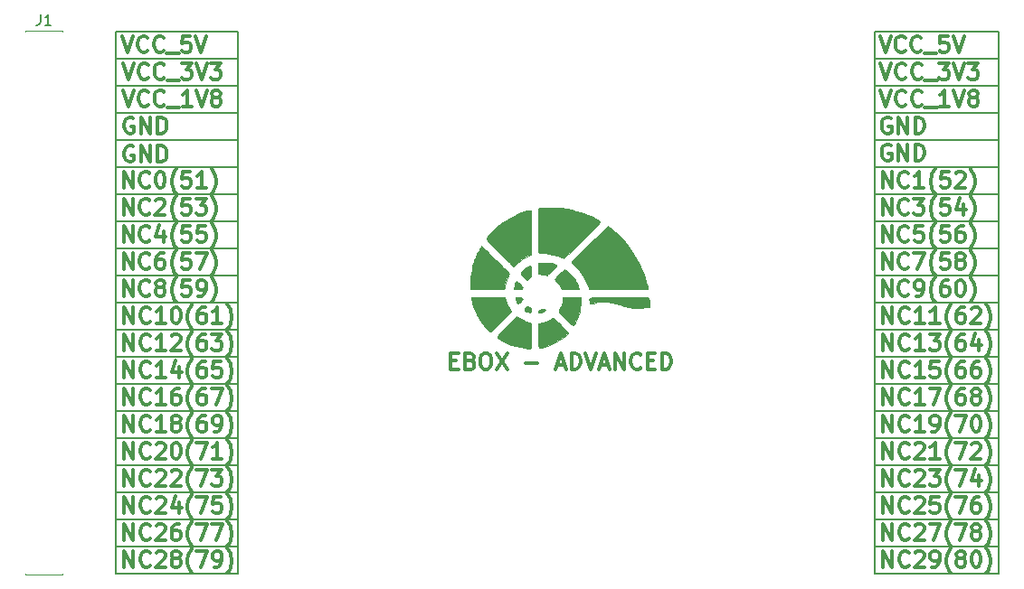
<source format=gbr>
G04 #@! TF.GenerationSoftware,KiCad,Pcbnew,(5.0.0-rc2-dev-107-g49486b83b)*
G04 #@! TF.CreationDate,2018-03-29T22:36:30+08:00*
G04 #@! TF.ProjectId,ebox-advanced,65626F782D616476616E6365642E6B69,rev?*
G04 #@! TF.SameCoordinates,Original*
G04 #@! TF.FileFunction,Legend,Top*
G04 #@! TF.FilePolarity,Positive*
%FSLAX46Y46*%
G04 Gerber Fmt 4.6, Leading zero omitted, Abs format (unit mm)*
G04 Created by KiCad (PCBNEW (5.0.0-rc2-dev-107-g49486b83b)) date 03/29/18 22:36:30*
%MOMM*%
%LPD*%
G01*
G04 APERTURE LIST*
%ADD10C,0.200000*%
%ADD11C,0.300000*%
%ADD12C,0.120000*%
%ADD13C,0.010000*%
%ADD14C,0.150000*%
G04 APERTURE END LIST*
D10*
X100279200Y-60375800D02*
X111887000Y-60375800D01*
X110363000Y-62865000D02*
X111887000Y-62865000D01*
X110363000Y-57785000D02*
X111887000Y-57785000D01*
X110363000Y-55245000D02*
X111887000Y-55245000D01*
X110363000Y-52705000D02*
X111887000Y-52705000D01*
X110363000Y-50165000D02*
X111887000Y-50165000D01*
X110363000Y-47625000D02*
X111887000Y-47625000D01*
X110363000Y-45085000D02*
X111887000Y-45085000D01*
X110363000Y-42545000D02*
X111887000Y-42545000D01*
X110363000Y-40005000D02*
X111887000Y-40005000D01*
X110363000Y-37465000D02*
X111887000Y-37465000D01*
X110363000Y-34925000D02*
X111887000Y-34925000D01*
X110363000Y-32385000D02*
X111887000Y-32385000D01*
X110363000Y-29845000D02*
X111887000Y-29845000D01*
X110363000Y-27305000D02*
X111887000Y-27305000D01*
X110363000Y-24765000D02*
X111887000Y-24765000D01*
X110363000Y-22225000D02*
X111887000Y-22225000D01*
X110363000Y-19685000D02*
X111887000Y-19685000D01*
X110363000Y-17145000D02*
X111887000Y-17145000D01*
X110363000Y-14605000D02*
X111887000Y-14605000D01*
X110363000Y-12065000D02*
X111887000Y-12065000D01*
D11*
X60580285Y-42945857D02*
X61080285Y-42945857D01*
X61294571Y-43731571D02*
X60580285Y-43731571D01*
X60580285Y-42231571D01*
X61294571Y-42231571D01*
X62437428Y-42945857D02*
X62651714Y-43017285D01*
X62723142Y-43088714D01*
X62794571Y-43231571D01*
X62794571Y-43445857D01*
X62723142Y-43588714D01*
X62651714Y-43660142D01*
X62508857Y-43731571D01*
X61937428Y-43731571D01*
X61937428Y-42231571D01*
X62437428Y-42231571D01*
X62580285Y-42303000D01*
X62651714Y-42374428D01*
X62723142Y-42517285D01*
X62723142Y-42660142D01*
X62651714Y-42803000D01*
X62580285Y-42874428D01*
X62437428Y-42945857D01*
X61937428Y-42945857D01*
X63723142Y-42231571D02*
X64008857Y-42231571D01*
X64151714Y-42303000D01*
X64294571Y-42445857D01*
X64366000Y-42731571D01*
X64366000Y-43231571D01*
X64294571Y-43517285D01*
X64151714Y-43660142D01*
X64008857Y-43731571D01*
X63723142Y-43731571D01*
X63580285Y-43660142D01*
X63437428Y-43517285D01*
X63366000Y-43231571D01*
X63366000Y-42731571D01*
X63437428Y-42445857D01*
X63580285Y-42303000D01*
X63723142Y-42231571D01*
X64866000Y-42231571D02*
X65866000Y-43731571D01*
X65866000Y-42231571D02*
X64866000Y-43731571D01*
X67580285Y-43160142D02*
X68723142Y-43160142D01*
X70508857Y-43303000D02*
X71223142Y-43303000D01*
X70366000Y-43731571D02*
X70866000Y-42231571D01*
X71366000Y-43731571D01*
X71866000Y-43731571D02*
X71866000Y-42231571D01*
X72223142Y-42231571D01*
X72437428Y-42303000D01*
X72580285Y-42445857D01*
X72651714Y-42588714D01*
X72723142Y-42874428D01*
X72723142Y-43088714D01*
X72651714Y-43374428D01*
X72580285Y-43517285D01*
X72437428Y-43660142D01*
X72223142Y-43731571D01*
X71866000Y-43731571D01*
X73151714Y-42231571D02*
X73651714Y-43731571D01*
X74151714Y-42231571D01*
X74580285Y-43303000D02*
X75294571Y-43303000D01*
X74437428Y-43731571D02*
X74937428Y-42231571D01*
X75437428Y-43731571D01*
X75937428Y-43731571D02*
X75937428Y-42231571D01*
X76794571Y-43731571D01*
X76794571Y-42231571D01*
X78366000Y-43588714D02*
X78294571Y-43660142D01*
X78080285Y-43731571D01*
X77937428Y-43731571D01*
X77723142Y-43660142D01*
X77580285Y-43517285D01*
X77508857Y-43374428D01*
X77437428Y-43088714D01*
X77437428Y-42874428D01*
X77508857Y-42588714D01*
X77580285Y-42445857D01*
X77723142Y-42303000D01*
X77937428Y-42231571D01*
X78080285Y-42231571D01*
X78294571Y-42303000D01*
X78366000Y-42374428D01*
X79008857Y-42945857D02*
X79508857Y-42945857D01*
X79723142Y-43731571D02*
X79008857Y-43731571D01*
X79008857Y-42231571D01*
X79723142Y-42231571D01*
X80366000Y-43731571D02*
X80366000Y-42231571D01*
X80723142Y-42231571D01*
X80937428Y-42303000D01*
X81080285Y-42445857D01*
X81151714Y-42588714D01*
X81223142Y-42874428D01*
X81223142Y-43088714D01*
X81151714Y-43374428D01*
X81080285Y-43517285D01*
X80937428Y-43660142D01*
X80723142Y-43731571D01*
X80366000Y-43731571D01*
D10*
X100235000Y-57785000D02*
X110395000Y-57785000D01*
X100235000Y-55245000D02*
X110395000Y-55245000D01*
X100235000Y-52705000D02*
X110395000Y-52705000D01*
X100235000Y-50165000D02*
X110395000Y-50165000D01*
X100235000Y-47625000D02*
X110395000Y-47625000D01*
X100235000Y-45085000D02*
X110395000Y-45085000D01*
X100235000Y-42545000D02*
X110395000Y-42545000D01*
X100235000Y-40005000D02*
X110395000Y-40005000D01*
X100235000Y-37465000D02*
X110395000Y-37465000D01*
X100235000Y-34925000D02*
X110395000Y-34925000D01*
X100235000Y-32385000D02*
X110395000Y-32385000D01*
X100235000Y-29845000D02*
X110395000Y-29845000D01*
X100235000Y-27305000D02*
X110395000Y-27305000D01*
X100235000Y-24765000D02*
X110395000Y-24765000D01*
X100235000Y-22225000D02*
X110395000Y-22225000D01*
X100235000Y-19685000D02*
X110395000Y-19685000D01*
X110395000Y-17145000D02*
X100235000Y-17145000D01*
X100235000Y-14605000D02*
X110395000Y-14605000D01*
X110395000Y-12065000D02*
X100235000Y-12065000D01*
X111895000Y-62865000D02*
X111895000Y-12065000D01*
X100235000Y-62865000D02*
X110395000Y-62865000D01*
X100235000Y-12065000D02*
X100235000Y-62865000D01*
D11*
X101041285Y-62273571D02*
X101041285Y-60773571D01*
X101898428Y-62273571D01*
X101898428Y-60773571D01*
X103469857Y-62130714D02*
X103398428Y-62202142D01*
X103184142Y-62273571D01*
X103041285Y-62273571D01*
X102827000Y-62202142D01*
X102684142Y-62059285D01*
X102612714Y-61916428D01*
X102541285Y-61630714D01*
X102541285Y-61416428D01*
X102612714Y-61130714D01*
X102684142Y-60987857D01*
X102827000Y-60845000D01*
X103041285Y-60773571D01*
X103184142Y-60773571D01*
X103398428Y-60845000D01*
X103469857Y-60916428D01*
X104041285Y-60916428D02*
X104112714Y-60845000D01*
X104255571Y-60773571D01*
X104612714Y-60773571D01*
X104755571Y-60845000D01*
X104827000Y-60916428D01*
X104898428Y-61059285D01*
X104898428Y-61202142D01*
X104827000Y-61416428D01*
X103969857Y-62273571D01*
X104898428Y-62273571D01*
X105612714Y-62273571D02*
X105898428Y-62273571D01*
X106041285Y-62202142D01*
X106112714Y-62130714D01*
X106255571Y-61916428D01*
X106327000Y-61630714D01*
X106327000Y-61059285D01*
X106255571Y-60916428D01*
X106184142Y-60845000D01*
X106041285Y-60773571D01*
X105755571Y-60773571D01*
X105612714Y-60845000D01*
X105541285Y-60916428D01*
X105469857Y-61059285D01*
X105469857Y-61416428D01*
X105541285Y-61559285D01*
X105612714Y-61630714D01*
X105755571Y-61702142D01*
X106041285Y-61702142D01*
X106184142Y-61630714D01*
X106255571Y-61559285D01*
X106327000Y-61416428D01*
X107398428Y-62845000D02*
X107327000Y-62773571D01*
X107184142Y-62559285D01*
X107112714Y-62416428D01*
X107041285Y-62202142D01*
X106969857Y-61845000D01*
X106969857Y-61559285D01*
X107041285Y-61202142D01*
X107112714Y-60987857D01*
X107184142Y-60845000D01*
X107327000Y-60630714D01*
X107398428Y-60559285D01*
X108184142Y-61416428D02*
X108041285Y-61345000D01*
X107969857Y-61273571D01*
X107898428Y-61130714D01*
X107898428Y-61059285D01*
X107969857Y-60916428D01*
X108041285Y-60845000D01*
X108184142Y-60773571D01*
X108469857Y-60773571D01*
X108612714Y-60845000D01*
X108684142Y-60916428D01*
X108755571Y-61059285D01*
X108755571Y-61130714D01*
X108684142Y-61273571D01*
X108612714Y-61345000D01*
X108469857Y-61416428D01*
X108184142Y-61416428D01*
X108041285Y-61487857D01*
X107969857Y-61559285D01*
X107898428Y-61702142D01*
X107898428Y-61987857D01*
X107969857Y-62130714D01*
X108041285Y-62202142D01*
X108184142Y-62273571D01*
X108469857Y-62273571D01*
X108612714Y-62202142D01*
X108684142Y-62130714D01*
X108755571Y-61987857D01*
X108755571Y-61702142D01*
X108684142Y-61559285D01*
X108612714Y-61487857D01*
X108469857Y-61416428D01*
X109684142Y-60773571D02*
X109827000Y-60773571D01*
X109969857Y-60845000D01*
X110041285Y-60916428D01*
X110112714Y-61059285D01*
X110184142Y-61345000D01*
X110184142Y-61702142D01*
X110112714Y-61987857D01*
X110041285Y-62130714D01*
X109969857Y-62202142D01*
X109827000Y-62273571D01*
X109684142Y-62273571D01*
X109541285Y-62202142D01*
X109469857Y-62130714D01*
X109398428Y-61987857D01*
X109327000Y-61702142D01*
X109327000Y-61345000D01*
X109398428Y-61059285D01*
X109469857Y-60916428D01*
X109541285Y-60845000D01*
X109684142Y-60773571D01*
X110684142Y-62845000D02*
X110755571Y-62773571D01*
X110898428Y-62559285D01*
X110969857Y-62416428D01*
X111041285Y-62202142D01*
X111112714Y-61845000D01*
X111112714Y-61559285D01*
X111041285Y-61202142D01*
X110969857Y-60987857D01*
X110898428Y-60845000D01*
X110755571Y-60630714D01*
X110684142Y-60559285D01*
X101041285Y-59733571D02*
X101041285Y-58233571D01*
X101898428Y-59733571D01*
X101898428Y-58233571D01*
X103469857Y-59590714D02*
X103398428Y-59662142D01*
X103184142Y-59733571D01*
X103041285Y-59733571D01*
X102827000Y-59662142D01*
X102684142Y-59519285D01*
X102612714Y-59376428D01*
X102541285Y-59090714D01*
X102541285Y-58876428D01*
X102612714Y-58590714D01*
X102684142Y-58447857D01*
X102827000Y-58305000D01*
X103041285Y-58233571D01*
X103184142Y-58233571D01*
X103398428Y-58305000D01*
X103469857Y-58376428D01*
X104041285Y-58376428D02*
X104112714Y-58305000D01*
X104255571Y-58233571D01*
X104612714Y-58233571D01*
X104755571Y-58305000D01*
X104827000Y-58376428D01*
X104898428Y-58519285D01*
X104898428Y-58662142D01*
X104827000Y-58876428D01*
X103969857Y-59733571D01*
X104898428Y-59733571D01*
X105398428Y-58233571D02*
X106398428Y-58233571D01*
X105755571Y-59733571D01*
X107398428Y-60305000D02*
X107327000Y-60233571D01*
X107184142Y-60019285D01*
X107112714Y-59876428D01*
X107041285Y-59662142D01*
X106969857Y-59305000D01*
X106969857Y-59019285D01*
X107041285Y-58662142D01*
X107112714Y-58447857D01*
X107184142Y-58305000D01*
X107327000Y-58090714D01*
X107398428Y-58019285D01*
X107827000Y-58233571D02*
X108827000Y-58233571D01*
X108184142Y-59733571D01*
X109612714Y-58876428D02*
X109469857Y-58805000D01*
X109398428Y-58733571D01*
X109327000Y-58590714D01*
X109327000Y-58519285D01*
X109398428Y-58376428D01*
X109469857Y-58305000D01*
X109612714Y-58233571D01*
X109898428Y-58233571D01*
X110041285Y-58305000D01*
X110112714Y-58376428D01*
X110184142Y-58519285D01*
X110184142Y-58590714D01*
X110112714Y-58733571D01*
X110041285Y-58805000D01*
X109898428Y-58876428D01*
X109612714Y-58876428D01*
X109469857Y-58947857D01*
X109398428Y-59019285D01*
X109327000Y-59162142D01*
X109327000Y-59447857D01*
X109398428Y-59590714D01*
X109469857Y-59662142D01*
X109612714Y-59733571D01*
X109898428Y-59733571D01*
X110041285Y-59662142D01*
X110112714Y-59590714D01*
X110184142Y-59447857D01*
X110184142Y-59162142D01*
X110112714Y-59019285D01*
X110041285Y-58947857D01*
X109898428Y-58876428D01*
X110684142Y-60305000D02*
X110755571Y-60233571D01*
X110898428Y-60019285D01*
X110969857Y-59876428D01*
X111041285Y-59662142D01*
X111112714Y-59305000D01*
X111112714Y-59019285D01*
X111041285Y-58662142D01*
X110969857Y-58447857D01*
X110898428Y-58305000D01*
X110755571Y-58090714D01*
X110684142Y-58019285D01*
X101041285Y-57193571D02*
X101041285Y-55693571D01*
X101898428Y-57193571D01*
X101898428Y-55693571D01*
X103469857Y-57050714D02*
X103398428Y-57122142D01*
X103184142Y-57193571D01*
X103041285Y-57193571D01*
X102827000Y-57122142D01*
X102684142Y-56979285D01*
X102612714Y-56836428D01*
X102541285Y-56550714D01*
X102541285Y-56336428D01*
X102612714Y-56050714D01*
X102684142Y-55907857D01*
X102827000Y-55765000D01*
X103041285Y-55693571D01*
X103184142Y-55693571D01*
X103398428Y-55765000D01*
X103469857Y-55836428D01*
X104041285Y-55836428D02*
X104112714Y-55765000D01*
X104255571Y-55693571D01*
X104612714Y-55693571D01*
X104755571Y-55765000D01*
X104827000Y-55836428D01*
X104898428Y-55979285D01*
X104898428Y-56122142D01*
X104827000Y-56336428D01*
X103969857Y-57193571D01*
X104898428Y-57193571D01*
X106255571Y-55693571D02*
X105541285Y-55693571D01*
X105469857Y-56407857D01*
X105541285Y-56336428D01*
X105684142Y-56265000D01*
X106041285Y-56265000D01*
X106184142Y-56336428D01*
X106255571Y-56407857D01*
X106327000Y-56550714D01*
X106327000Y-56907857D01*
X106255571Y-57050714D01*
X106184142Y-57122142D01*
X106041285Y-57193571D01*
X105684142Y-57193571D01*
X105541285Y-57122142D01*
X105469857Y-57050714D01*
X107398428Y-57765000D02*
X107327000Y-57693571D01*
X107184142Y-57479285D01*
X107112714Y-57336428D01*
X107041285Y-57122142D01*
X106969857Y-56765000D01*
X106969857Y-56479285D01*
X107041285Y-56122142D01*
X107112714Y-55907857D01*
X107184142Y-55765000D01*
X107327000Y-55550714D01*
X107398428Y-55479285D01*
X107827000Y-55693571D02*
X108827000Y-55693571D01*
X108184142Y-57193571D01*
X110041285Y-55693571D02*
X109755571Y-55693571D01*
X109612714Y-55765000D01*
X109541285Y-55836428D01*
X109398428Y-56050714D01*
X109327000Y-56336428D01*
X109327000Y-56907857D01*
X109398428Y-57050714D01*
X109469857Y-57122142D01*
X109612714Y-57193571D01*
X109898428Y-57193571D01*
X110041285Y-57122142D01*
X110112714Y-57050714D01*
X110184142Y-56907857D01*
X110184142Y-56550714D01*
X110112714Y-56407857D01*
X110041285Y-56336428D01*
X109898428Y-56265000D01*
X109612714Y-56265000D01*
X109469857Y-56336428D01*
X109398428Y-56407857D01*
X109327000Y-56550714D01*
X110684142Y-57765000D02*
X110755571Y-57693571D01*
X110898428Y-57479285D01*
X110969857Y-57336428D01*
X111041285Y-57122142D01*
X111112714Y-56765000D01*
X111112714Y-56479285D01*
X111041285Y-56122142D01*
X110969857Y-55907857D01*
X110898428Y-55765000D01*
X110755571Y-55550714D01*
X110684142Y-55479285D01*
X101041285Y-54653571D02*
X101041285Y-53153571D01*
X101898428Y-54653571D01*
X101898428Y-53153571D01*
X103469857Y-54510714D02*
X103398428Y-54582142D01*
X103184142Y-54653571D01*
X103041285Y-54653571D01*
X102827000Y-54582142D01*
X102684142Y-54439285D01*
X102612714Y-54296428D01*
X102541285Y-54010714D01*
X102541285Y-53796428D01*
X102612714Y-53510714D01*
X102684142Y-53367857D01*
X102827000Y-53225000D01*
X103041285Y-53153571D01*
X103184142Y-53153571D01*
X103398428Y-53225000D01*
X103469857Y-53296428D01*
X104041285Y-53296428D02*
X104112714Y-53225000D01*
X104255571Y-53153571D01*
X104612714Y-53153571D01*
X104755571Y-53225000D01*
X104827000Y-53296428D01*
X104898428Y-53439285D01*
X104898428Y-53582142D01*
X104827000Y-53796428D01*
X103969857Y-54653571D01*
X104898428Y-54653571D01*
X105398428Y-53153571D02*
X106327000Y-53153571D01*
X105827000Y-53725000D01*
X106041285Y-53725000D01*
X106184142Y-53796428D01*
X106255571Y-53867857D01*
X106327000Y-54010714D01*
X106327000Y-54367857D01*
X106255571Y-54510714D01*
X106184142Y-54582142D01*
X106041285Y-54653571D01*
X105612714Y-54653571D01*
X105469857Y-54582142D01*
X105398428Y-54510714D01*
X107398428Y-55225000D02*
X107327000Y-55153571D01*
X107184142Y-54939285D01*
X107112714Y-54796428D01*
X107041285Y-54582142D01*
X106969857Y-54225000D01*
X106969857Y-53939285D01*
X107041285Y-53582142D01*
X107112714Y-53367857D01*
X107184142Y-53225000D01*
X107327000Y-53010714D01*
X107398428Y-52939285D01*
X107827000Y-53153571D02*
X108827000Y-53153571D01*
X108184142Y-54653571D01*
X110041285Y-53653571D02*
X110041285Y-54653571D01*
X109684142Y-53082142D02*
X109327000Y-54153571D01*
X110255571Y-54153571D01*
X110684142Y-55225000D02*
X110755571Y-55153571D01*
X110898428Y-54939285D01*
X110969857Y-54796428D01*
X111041285Y-54582142D01*
X111112714Y-54225000D01*
X111112714Y-53939285D01*
X111041285Y-53582142D01*
X110969857Y-53367857D01*
X110898428Y-53225000D01*
X110755571Y-53010714D01*
X110684142Y-52939285D01*
X101041285Y-52113571D02*
X101041285Y-50613571D01*
X101898428Y-52113571D01*
X101898428Y-50613571D01*
X103469857Y-51970714D02*
X103398428Y-52042142D01*
X103184142Y-52113571D01*
X103041285Y-52113571D01*
X102827000Y-52042142D01*
X102684142Y-51899285D01*
X102612714Y-51756428D01*
X102541285Y-51470714D01*
X102541285Y-51256428D01*
X102612714Y-50970714D01*
X102684142Y-50827857D01*
X102827000Y-50685000D01*
X103041285Y-50613571D01*
X103184142Y-50613571D01*
X103398428Y-50685000D01*
X103469857Y-50756428D01*
X104041285Y-50756428D02*
X104112714Y-50685000D01*
X104255571Y-50613571D01*
X104612714Y-50613571D01*
X104755571Y-50685000D01*
X104827000Y-50756428D01*
X104898428Y-50899285D01*
X104898428Y-51042142D01*
X104827000Y-51256428D01*
X103969857Y-52113571D01*
X104898428Y-52113571D01*
X106327000Y-52113571D02*
X105469857Y-52113571D01*
X105898428Y-52113571D02*
X105898428Y-50613571D01*
X105755571Y-50827857D01*
X105612714Y-50970714D01*
X105469857Y-51042142D01*
X107398428Y-52685000D02*
X107327000Y-52613571D01*
X107184142Y-52399285D01*
X107112714Y-52256428D01*
X107041285Y-52042142D01*
X106969857Y-51685000D01*
X106969857Y-51399285D01*
X107041285Y-51042142D01*
X107112714Y-50827857D01*
X107184142Y-50685000D01*
X107327000Y-50470714D01*
X107398428Y-50399285D01*
X107827000Y-50613571D02*
X108827000Y-50613571D01*
X108184142Y-52113571D01*
X109327000Y-50756428D02*
X109398428Y-50685000D01*
X109541285Y-50613571D01*
X109898428Y-50613571D01*
X110041285Y-50685000D01*
X110112714Y-50756428D01*
X110184142Y-50899285D01*
X110184142Y-51042142D01*
X110112714Y-51256428D01*
X109255571Y-52113571D01*
X110184142Y-52113571D01*
X110684142Y-52685000D02*
X110755571Y-52613571D01*
X110898428Y-52399285D01*
X110969857Y-52256428D01*
X111041285Y-52042142D01*
X111112714Y-51685000D01*
X111112714Y-51399285D01*
X111041285Y-51042142D01*
X110969857Y-50827857D01*
X110898428Y-50685000D01*
X110755571Y-50470714D01*
X110684142Y-50399285D01*
X101041285Y-49573571D02*
X101041285Y-48073571D01*
X101898428Y-49573571D01*
X101898428Y-48073571D01*
X103469857Y-49430714D02*
X103398428Y-49502142D01*
X103184142Y-49573571D01*
X103041285Y-49573571D01*
X102827000Y-49502142D01*
X102684142Y-49359285D01*
X102612714Y-49216428D01*
X102541285Y-48930714D01*
X102541285Y-48716428D01*
X102612714Y-48430714D01*
X102684142Y-48287857D01*
X102827000Y-48145000D01*
X103041285Y-48073571D01*
X103184142Y-48073571D01*
X103398428Y-48145000D01*
X103469857Y-48216428D01*
X104898428Y-49573571D02*
X104041285Y-49573571D01*
X104469857Y-49573571D02*
X104469857Y-48073571D01*
X104327000Y-48287857D01*
X104184142Y-48430714D01*
X104041285Y-48502142D01*
X105612714Y-49573571D02*
X105898428Y-49573571D01*
X106041285Y-49502142D01*
X106112714Y-49430714D01*
X106255571Y-49216428D01*
X106327000Y-48930714D01*
X106327000Y-48359285D01*
X106255571Y-48216428D01*
X106184142Y-48145000D01*
X106041285Y-48073571D01*
X105755571Y-48073571D01*
X105612714Y-48145000D01*
X105541285Y-48216428D01*
X105469857Y-48359285D01*
X105469857Y-48716428D01*
X105541285Y-48859285D01*
X105612714Y-48930714D01*
X105755571Y-49002142D01*
X106041285Y-49002142D01*
X106184142Y-48930714D01*
X106255571Y-48859285D01*
X106327000Y-48716428D01*
X107398428Y-50145000D02*
X107327000Y-50073571D01*
X107184142Y-49859285D01*
X107112714Y-49716428D01*
X107041285Y-49502142D01*
X106969857Y-49145000D01*
X106969857Y-48859285D01*
X107041285Y-48502142D01*
X107112714Y-48287857D01*
X107184142Y-48145000D01*
X107327000Y-47930714D01*
X107398428Y-47859285D01*
X107827000Y-48073571D02*
X108827000Y-48073571D01*
X108184142Y-49573571D01*
X109684142Y-48073571D02*
X109827000Y-48073571D01*
X109969857Y-48145000D01*
X110041285Y-48216428D01*
X110112714Y-48359285D01*
X110184142Y-48645000D01*
X110184142Y-49002142D01*
X110112714Y-49287857D01*
X110041285Y-49430714D01*
X109969857Y-49502142D01*
X109827000Y-49573571D01*
X109684142Y-49573571D01*
X109541285Y-49502142D01*
X109469857Y-49430714D01*
X109398428Y-49287857D01*
X109327000Y-49002142D01*
X109327000Y-48645000D01*
X109398428Y-48359285D01*
X109469857Y-48216428D01*
X109541285Y-48145000D01*
X109684142Y-48073571D01*
X110684142Y-50145000D02*
X110755571Y-50073571D01*
X110898428Y-49859285D01*
X110969857Y-49716428D01*
X111041285Y-49502142D01*
X111112714Y-49145000D01*
X111112714Y-48859285D01*
X111041285Y-48502142D01*
X110969857Y-48287857D01*
X110898428Y-48145000D01*
X110755571Y-47930714D01*
X110684142Y-47859285D01*
X101041285Y-47033571D02*
X101041285Y-45533571D01*
X101898428Y-47033571D01*
X101898428Y-45533571D01*
X103469857Y-46890714D02*
X103398428Y-46962142D01*
X103184142Y-47033571D01*
X103041285Y-47033571D01*
X102827000Y-46962142D01*
X102684142Y-46819285D01*
X102612714Y-46676428D01*
X102541285Y-46390714D01*
X102541285Y-46176428D01*
X102612714Y-45890714D01*
X102684142Y-45747857D01*
X102827000Y-45605000D01*
X103041285Y-45533571D01*
X103184142Y-45533571D01*
X103398428Y-45605000D01*
X103469857Y-45676428D01*
X104898428Y-47033571D02*
X104041285Y-47033571D01*
X104469857Y-47033571D02*
X104469857Y-45533571D01*
X104327000Y-45747857D01*
X104184142Y-45890714D01*
X104041285Y-45962142D01*
X105398428Y-45533571D02*
X106398428Y-45533571D01*
X105755571Y-47033571D01*
X107398428Y-47605000D02*
X107327000Y-47533571D01*
X107184142Y-47319285D01*
X107112714Y-47176428D01*
X107041285Y-46962142D01*
X106969857Y-46605000D01*
X106969857Y-46319285D01*
X107041285Y-45962142D01*
X107112714Y-45747857D01*
X107184142Y-45605000D01*
X107327000Y-45390714D01*
X107398428Y-45319285D01*
X108612714Y-45533571D02*
X108327000Y-45533571D01*
X108184142Y-45605000D01*
X108112714Y-45676428D01*
X107969857Y-45890714D01*
X107898428Y-46176428D01*
X107898428Y-46747857D01*
X107969857Y-46890714D01*
X108041285Y-46962142D01*
X108184142Y-47033571D01*
X108469857Y-47033571D01*
X108612714Y-46962142D01*
X108684142Y-46890714D01*
X108755571Y-46747857D01*
X108755571Y-46390714D01*
X108684142Y-46247857D01*
X108612714Y-46176428D01*
X108469857Y-46105000D01*
X108184142Y-46105000D01*
X108041285Y-46176428D01*
X107969857Y-46247857D01*
X107898428Y-46390714D01*
X109612714Y-46176428D02*
X109469857Y-46105000D01*
X109398428Y-46033571D01*
X109327000Y-45890714D01*
X109327000Y-45819285D01*
X109398428Y-45676428D01*
X109469857Y-45605000D01*
X109612714Y-45533571D01*
X109898428Y-45533571D01*
X110041285Y-45605000D01*
X110112714Y-45676428D01*
X110184142Y-45819285D01*
X110184142Y-45890714D01*
X110112714Y-46033571D01*
X110041285Y-46105000D01*
X109898428Y-46176428D01*
X109612714Y-46176428D01*
X109469857Y-46247857D01*
X109398428Y-46319285D01*
X109327000Y-46462142D01*
X109327000Y-46747857D01*
X109398428Y-46890714D01*
X109469857Y-46962142D01*
X109612714Y-47033571D01*
X109898428Y-47033571D01*
X110041285Y-46962142D01*
X110112714Y-46890714D01*
X110184142Y-46747857D01*
X110184142Y-46462142D01*
X110112714Y-46319285D01*
X110041285Y-46247857D01*
X109898428Y-46176428D01*
X110684142Y-47605000D02*
X110755571Y-47533571D01*
X110898428Y-47319285D01*
X110969857Y-47176428D01*
X111041285Y-46962142D01*
X111112714Y-46605000D01*
X111112714Y-46319285D01*
X111041285Y-45962142D01*
X110969857Y-45747857D01*
X110898428Y-45605000D01*
X110755571Y-45390714D01*
X110684142Y-45319285D01*
X101041285Y-44493571D02*
X101041285Y-42993571D01*
X101898428Y-44493571D01*
X101898428Y-42993571D01*
X103469857Y-44350714D02*
X103398428Y-44422142D01*
X103184142Y-44493571D01*
X103041285Y-44493571D01*
X102827000Y-44422142D01*
X102684142Y-44279285D01*
X102612714Y-44136428D01*
X102541285Y-43850714D01*
X102541285Y-43636428D01*
X102612714Y-43350714D01*
X102684142Y-43207857D01*
X102827000Y-43065000D01*
X103041285Y-42993571D01*
X103184142Y-42993571D01*
X103398428Y-43065000D01*
X103469857Y-43136428D01*
X104898428Y-44493571D02*
X104041285Y-44493571D01*
X104469857Y-44493571D02*
X104469857Y-42993571D01*
X104327000Y-43207857D01*
X104184142Y-43350714D01*
X104041285Y-43422142D01*
X106255571Y-42993571D02*
X105541285Y-42993571D01*
X105469857Y-43707857D01*
X105541285Y-43636428D01*
X105684142Y-43565000D01*
X106041285Y-43565000D01*
X106184142Y-43636428D01*
X106255571Y-43707857D01*
X106327000Y-43850714D01*
X106327000Y-44207857D01*
X106255571Y-44350714D01*
X106184142Y-44422142D01*
X106041285Y-44493571D01*
X105684142Y-44493571D01*
X105541285Y-44422142D01*
X105469857Y-44350714D01*
X107398428Y-45065000D02*
X107327000Y-44993571D01*
X107184142Y-44779285D01*
X107112714Y-44636428D01*
X107041285Y-44422142D01*
X106969857Y-44065000D01*
X106969857Y-43779285D01*
X107041285Y-43422142D01*
X107112714Y-43207857D01*
X107184142Y-43065000D01*
X107327000Y-42850714D01*
X107398428Y-42779285D01*
X108612714Y-42993571D02*
X108327000Y-42993571D01*
X108184142Y-43065000D01*
X108112714Y-43136428D01*
X107969857Y-43350714D01*
X107898428Y-43636428D01*
X107898428Y-44207857D01*
X107969857Y-44350714D01*
X108041285Y-44422142D01*
X108184142Y-44493571D01*
X108469857Y-44493571D01*
X108612714Y-44422142D01*
X108684142Y-44350714D01*
X108755571Y-44207857D01*
X108755571Y-43850714D01*
X108684142Y-43707857D01*
X108612714Y-43636428D01*
X108469857Y-43565000D01*
X108184142Y-43565000D01*
X108041285Y-43636428D01*
X107969857Y-43707857D01*
X107898428Y-43850714D01*
X110041285Y-42993571D02*
X109755571Y-42993571D01*
X109612714Y-43065000D01*
X109541285Y-43136428D01*
X109398428Y-43350714D01*
X109327000Y-43636428D01*
X109327000Y-44207857D01*
X109398428Y-44350714D01*
X109469857Y-44422142D01*
X109612714Y-44493571D01*
X109898428Y-44493571D01*
X110041285Y-44422142D01*
X110112714Y-44350714D01*
X110184142Y-44207857D01*
X110184142Y-43850714D01*
X110112714Y-43707857D01*
X110041285Y-43636428D01*
X109898428Y-43565000D01*
X109612714Y-43565000D01*
X109469857Y-43636428D01*
X109398428Y-43707857D01*
X109327000Y-43850714D01*
X110684142Y-45065000D02*
X110755571Y-44993571D01*
X110898428Y-44779285D01*
X110969857Y-44636428D01*
X111041285Y-44422142D01*
X111112714Y-44065000D01*
X111112714Y-43779285D01*
X111041285Y-43422142D01*
X110969857Y-43207857D01*
X110898428Y-43065000D01*
X110755571Y-42850714D01*
X110684142Y-42779285D01*
X101041285Y-41953571D02*
X101041285Y-40453571D01*
X101898428Y-41953571D01*
X101898428Y-40453571D01*
X103469857Y-41810714D02*
X103398428Y-41882142D01*
X103184142Y-41953571D01*
X103041285Y-41953571D01*
X102827000Y-41882142D01*
X102684142Y-41739285D01*
X102612714Y-41596428D01*
X102541285Y-41310714D01*
X102541285Y-41096428D01*
X102612714Y-40810714D01*
X102684142Y-40667857D01*
X102827000Y-40525000D01*
X103041285Y-40453571D01*
X103184142Y-40453571D01*
X103398428Y-40525000D01*
X103469857Y-40596428D01*
X104898428Y-41953571D02*
X104041285Y-41953571D01*
X104469857Y-41953571D02*
X104469857Y-40453571D01*
X104327000Y-40667857D01*
X104184142Y-40810714D01*
X104041285Y-40882142D01*
X105398428Y-40453571D02*
X106327000Y-40453571D01*
X105827000Y-41025000D01*
X106041285Y-41025000D01*
X106184142Y-41096428D01*
X106255571Y-41167857D01*
X106327000Y-41310714D01*
X106327000Y-41667857D01*
X106255571Y-41810714D01*
X106184142Y-41882142D01*
X106041285Y-41953571D01*
X105612714Y-41953571D01*
X105469857Y-41882142D01*
X105398428Y-41810714D01*
X107398428Y-42525000D02*
X107327000Y-42453571D01*
X107184142Y-42239285D01*
X107112714Y-42096428D01*
X107041285Y-41882142D01*
X106969857Y-41525000D01*
X106969857Y-41239285D01*
X107041285Y-40882142D01*
X107112714Y-40667857D01*
X107184142Y-40525000D01*
X107327000Y-40310714D01*
X107398428Y-40239285D01*
X108612714Y-40453571D02*
X108327000Y-40453571D01*
X108184142Y-40525000D01*
X108112714Y-40596428D01*
X107969857Y-40810714D01*
X107898428Y-41096428D01*
X107898428Y-41667857D01*
X107969857Y-41810714D01*
X108041285Y-41882142D01*
X108184142Y-41953571D01*
X108469857Y-41953571D01*
X108612714Y-41882142D01*
X108684142Y-41810714D01*
X108755571Y-41667857D01*
X108755571Y-41310714D01*
X108684142Y-41167857D01*
X108612714Y-41096428D01*
X108469857Y-41025000D01*
X108184142Y-41025000D01*
X108041285Y-41096428D01*
X107969857Y-41167857D01*
X107898428Y-41310714D01*
X110041285Y-40953571D02*
X110041285Y-41953571D01*
X109684142Y-40382142D02*
X109327000Y-41453571D01*
X110255571Y-41453571D01*
X110684142Y-42525000D02*
X110755571Y-42453571D01*
X110898428Y-42239285D01*
X110969857Y-42096428D01*
X111041285Y-41882142D01*
X111112714Y-41525000D01*
X111112714Y-41239285D01*
X111041285Y-40882142D01*
X110969857Y-40667857D01*
X110898428Y-40525000D01*
X110755571Y-40310714D01*
X110684142Y-40239285D01*
X101041285Y-39413571D02*
X101041285Y-37913571D01*
X101898428Y-39413571D01*
X101898428Y-37913571D01*
X103469857Y-39270714D02*
X103398428Y-39342142D01*
X103184142Y-39413571D01*
X103041285Y-39413571D01*
X102827000Y-39342142D01*
X102684142Y-39199285D01*
X102612714Y-39056428D01*
X102541285Y-38770714D01*
X102541285Y-38556428D01*
X102612714Y-38270714D01*
X102684142Y-38127857D01*
X102827000Y-37985000D01*
X103041285Y-37913571D01*
X103184142Y-37913571D01*
X103398428Y-37985000D01*
X103469857Y-38056428D01*
X104898428Y-39413571D02*
X104041285Y-39413571D01*
X104469857Y-39413571D02*
X104469857Y-37913571D01*
X104327000Y-38127857D01*
X104184142Y-38270714D01*
X104041285Y-38342142D01*
X106327000Y-39413571D02*
X105469857Y-39413571D01*
X105898428Y-39413571D02*
X105898428Y-37913571D01*
X105755571Y-38127857D01*
X105612714Y-38270714D01*
X105469857Y-38342142D01*
X107398428Y-39985000D02*
X107327000Y-39913571D01*
X107184142Y-39699285D01*
X107112714Y-39556428D01*
X107041285Y-39342142D01*
X106969857Y-38985000D01*
X106969857Y-38699285D01*
X107041285Y-38342142D01*
X107112714Y-38127857D01*
X107184142Y-37985000D01*
X107327000Y-37770714D01*
X107398428Y-37699285D01*
X108612714Y-37913571D02*
X108327000Y-37913571D01*
X108184142Y-37985000D01*
X108112714Y-38056428D01*
X107969857Y-38270714D01*
X107898428Y-38556428D01*
X107898428Y-39127857D01*
X107969857Y-39270714D01*
X108041285Y-39342142D01*
X108184142Y-39413571D01*
X108469857Y-39413571D01*
X108612714Y-39342142D01*
X108684142Y-39270714D01*
X108755571Y-39127857D01*
X108755571Y-38770714D01*
X108684142Y-38627857D01*
X108612714Y-38556428D01*
X108469857Y-38485000D01*
X108184142Y-38485000D01*
X108041285Y-38556428D01*
X107969857Y-38627857D01*
X107898428Y-38770714D01*
X109327000Y-38056428D02*
X109398428Y-37985000D01*
X109541285Y-37913571D01*
X109898428Y-37913571D01*
X110041285Y-37985000D01*
X110112714Y-38056428D01*
X110184142Y-38199285D01*
X110184142Y-38342142D01*
X110112714Y-38556428D01*
X109255571Y-39413571D01*
X110184142Y-39413571D01*
X110684142Y-39985000D02*
X110755571Y-39913571D01*
X110898428Y-39699285D01*
X110969857Y-39556428D01*
X111041285Y-39342142D01*
X111112714Y-38985000D01*
X111112714Y-38699285D01*
X111041285Y-38342142D01*
X110969857Y-38127857D01*
X110898428Y-37985000D01*
X110755571Y-37770714D01*
X110684142Y-37699285D01*
X100993571Y-36873571D02*
X100993571Y-35373571D01*
X101850714Y-36873571D01*
X101850714Y-35373571D01*
X103422142Y-36730714D02*
X103350714Y-36802142D01*
X103136428Y-36873571D01*
X102993571Y-36873571D01*
X102779285Y-36802142D01*
X102636428Y-36659285D01*
X102565000Y-36516428D01*
X102493571Y-36230714D01*
X102493571Y-36016428D01*
X102565000Y-35730714D01*
X102636428Y-35587857D01*
X102779285Y-35445000D01*
X102993571Y-35373571D01*
X103136428Y-35373571D01*
X103350714Y-35445000D01*
X103422142Y-35516428D01*
X104136428Y-36873571D02*
X104422142Y-36873571D01*
X104565000Y-36802142D01*
X104636428Y-36730714D01*
X104779285Y-36516428D01*
X104850714Y-36230714D01*
X104850714Y-35659285D01*
X104779285Y-35516428D01*
X104707857Y-35445000D01*
X104565000Y-35373571D01*
X104279285Y-35373571D01*
X104136428Y-35445000D01*
X104065000Y-35516428D01*
X103993571Y-35659285D01*
X103993571Y-36016428D01*
X104065000Y-36159285D01*
X104136428Y-36230714D01*
X104279285Y-36302142D01*
X104565000Y-36302142D01*
X104707857Y-36230714D01*
X104779285Y-36159285D01*
X104850714Y-36016428D01*
X105922142Y-37445000D02*
X105850714Y-37373571D01*
X105707857Y-37159285D01*
X105636428Y-37016428D01*
X105565000Y-36802142D01*
X105493571Y-36445000D01*
X105493571Y-36159285D01*
X105565000Y-35802142D01*
X105636428Y-35587857D01*
X105707857Y-35445000D01*
X105850714Y-35230714D01*
X105922142Y-35159285D01*
X107136428Y-35373571D02*
X106850714Y-35373571D01*
X106707857Y-35445000D01*
X106636428Y-35516428D01*
X106493571Y-35730714D01*
X106422142Y-36016428D01*
X106422142Y-36587857D01*
X106493571Y-36730714D01*
X106565000Y-36802142D01*
X106707857Y-36873571D01*
X106993571Y-36873571D01*
X107136428Y-36802142D01*
X107207857Y-36730714D01*
X107279285Y-36587857D01*
X107279285Y-36230714D01*
X107207857Y-36087857D01*
X107136428Y-36016428D01*
X106993571Y-35945000D01*
X106707857Y-35945000D01*
X106565000Y-36016428D01*
X106493571Y-36087857D01*
X106422142Y-36230714D01*
X108207857Y-35373571D02*
X108350714Y-35373571D01*
X108493571Y-35445000D01*
X108565000Y-35516428D01*
X108636428Y-35659285D01*
X108707857Y-35945000D01*
X108707857Y-36302142D01*
X108636428Y-36587857D01*
X108565000Y-36730714D01*
X108493571Y-36802142D01*
X108350714Y-36873571D01*
X108207857Y-36873571D01*
X108065000Y-36802142D01*
X107993571Y-36730714D01*
X107922142Y-36587857D01*
X107850714Y-36302142D01*
X107850714Y-35945000D01*
X107922142Y-35659285D01*
X107993571Y-35516428D01*
X108065000Y-35445000D01*
X108207857Y-35373571D01*
X109207857Y-37445000D02*
X109279285Y-37373571D01*
X109422142Y-37159285D01*
X109493571Y-37016428D01*
X109565000Y-36802142D01*
X109636428Y-36445000D01*
X109636428Y-36159285D01*
X109565000Y-35802142D01*
X109493571Y-35587857D01*
X109422142Y-35445000D01*
X109279285Y-35230714D01*
X109207857Y-35159285D01*
X100993571Y-34333571D02*
X100993571Y-32833571D01*
X101850714Y-34333571D01*
X101850714Y-32833571D01*
X103422142Y-34190714D02*
X103350714Y-34262142D01*
X103136428Y-34333571D01*
X102993571Y-34333571D01*
X102779285Y-34262142D01*
X102636428Y-34119285D01*
X102565000Y-33976428D01*
X102493571Y-33690714D01*
X102493571Y-33476428D01*
X102565000Y-33190714D01*
X102636428Y-33047857D01*
X102779285Y-32905000D01*
X102993571Y-32833571D01*
X103136428Y-32833571D01*
X103350714Y-32905000D01*
X103422142Y-32976428D01*
X103922142Y-32833571D02*
X104922142Y-32833571D01*
X104279285Y-34333571D01*
X105922142Y-34905000D02*
X105850714Y-34833571D01*
X105707857Y-34619285D01*
X105636428Y-34476428D01*
X105565000Y-34262142D01*
X105493571Y-33905000D01*
X105493571Y-33619285D01*
X105565000Y-33262142D01*
X105636428Y-33047857D01*
X105707857Y-32905000D01*
X105850714Y-32690714D01*
X105922142Y-32619285D01*
X107207857Y-32833571D02*
X106493571Y-32833571D01*
X106422142Y-33547857D01*
X106493571Y-33476428D01*
X106636428Y-33405000D01*
X106993571Y-33405000D01*
X107136428Y-33476428D01*
X107207857Y-33547857D01*
X107279285Y-33690714D01*
X107279285Y-34047857D01*
X107207857Y-34190714D01*
X107136428Y-34262142D01*
X106993571Y-34333571D01*
X106636428Y-34333571D01*
X106493571Y-34262142D01*
X106422142Y-34190714D01*
X108136428Y-33476428D02*
X107993571Y-33405000D01*
X107922142Y-33333571D01*
X107850714Y-33190714D01*
X107850714Y-33119285D01*
X107922142Y-32976428D01*
X107993571Y-32905000D01*
X108136428Y-32833571D01*
X108422142Y-32833571D01*
X108565000Y-32905000D01*
X108636428Y-32976428D01*
X108707857Y-33119285D01*
X108707857Y-33190714D01*
X108636428Y-33333571D01*
X108565000Y-33405000D01*
X108422142Y-33476428D01*
X108136428Y-33476428D01*
X107993571Y-33547857D01*
X107922142Y-33619285D01*
X107850714Y-33762142D01*
X107850714Y-34047857D01*
X107922142Y-34190714D01*
X107993571Y-34262142D01*
X108136428Y-34333571D01*
X108422142Y-34333571D01*
X108565000Y-34262142D01*
X108636428Y-34190714D01*
X108707857Y-34047857D01*
X108707857Y-33762142D01*
X108636428Y-33619285D01*
X108565000Y-33547857D01*
X108422142Y-33476428D01*
X109207857Y-34905000D02*
X109279285Y-34833571D01*
X109422142Y-34619285D01*
X109493571Y-34476428D01*
X109565000Y-34262142D01*
X109636428Y-33905000D01*
X109636428Y-33619285D01*
X109565000Y-33262142D01*
X109493571Y-33047857D01*
X109422142Y-32905000D01*
X109279285Y-32690714D01*
X109207857Y-32619285D01*
X100993571Y-31793571D02*
X100993571Y-30293571D01*
X101850714Y-31793571D01*
X101850714Y-30293571D01*
X103422142Y-31650714D02*
X103350714Y-31722142D01*
X103136428Y-31793571D01*
X102993571Y-31793571D01*
X102779285Y-31722142D01*
X102636428Y-31579285D01*
X102565000Y-31436428D01*
X102493571Y-31150714D01*
X102493571Y-30936428D01*
X102565000Y-30650714D01*
X102636428Y-30507857D01*
X102779285Y-30365000D01*
X102993571Y-30293571D01*
X103136428Y-30293571D01*
X103350714Y-30365000D01*
X103422142Y-30436428D01*
X104779285Y-30293571D02*
X104065000Y-30293571D01*
X103993571Y-31007857D01*
X104065000Y-30936428D01*
X104207857Y-30865000D01*
X104565000Y-30865000D01*
X104707857Y-30936428D01*
X104779285Y-31007857D01*
X104850714Y-31150714D01*
X104850714Y-31507857D01*
X104779285Y-31650714D01*
X104707857Y-31722142D01*
X104565000Y-31793571D01*
X104207857Y-31793571D01*
X104065000Y-31722142D01*
X103993571Y-31650714D01*
X105922142Y-32365000D02*
X105850714Y-32293571D01*
X105707857Y-32079285D01*
X105636428Y-31936428D01*
X105565000Y-31722142D01*
X105493571Y-31365000D01*
X105493571Y-31079285D01*
X105565000Y-30722142D01*
X105636428Y-30507857D01*
X105707857Y-30365000D01*
X105850714Y-30150714D01*
X105922142Y-30079285D01*
X107207857Y-30293571D02*
X106493571Y-30293571D01*
X106422142Y-31007857D01*
X106493571Y-30936428D01*
X106636428Y-30865000D01*
X106993571Y-30865000D01*
X107136428Y-30936428D01*
X107207857Y-31007857D01*
X107279285Y-31150714D01*
X107279285Y-31507857D01*
X107207857Y-31650714D01*
X107136428Y-31722142D01*
X106993571Y-31793571D01*
X106636428Y-31793571D01*
X106493571Y-31722142D01*
X106422142Y-31650714D01*
X108565000Y-30293571D02*
X108279285Y-30293571D01*
X108136428Y-30365000D01*
X108065000Y-30436428D01*
X107922142Y-30650714D01*
X107850714Y-30936428D01*
X107850714Y-31507857D01*
X107922142Y-31650714D01*
X107993571Y-31722142D01*
X108136428Y-31793571D01*
X108422142Y-31793571D01*
X108565000Y-31722142D01*
X108636428Y-31650714D01*
X108707857Y-31507857D01*
X108707857Y-31150714D01*
X108636428Y-31007857D01*
X108565000Y-30936428D01*
X108422142Y-30865000D01*
X108136428Y-30865000D01*
X107993571Y-30936428D01*
X107922142Y-31007857D01*
X107850714Y-31150714D01*
X109207857Y-32365000D02*
X109279285Y-32293571D01*
X109422142Y-32079285D01*
X109493571Y-31936428D01*
X109565000Y-31722142D01*
X109636428Y-31365000D01*
X109636428Y-31079285D01*
X109565000Y-30722142D01*
X109493571Y-30507857D01*
X109422142Y-30365000D01*
X109279285Y-30150714D01*
X109207857Y-30079285D01*
X100993571Y-29253571D02*
X100993571Y-27753571D01*
X101850714Y-29253571D01*
X101850714Y-27753571D01*
X103422142Y-29110714D02*
X103350714Y-29182142D01*
X103136428Y-29253571D01*
X102993571Y-29253571D01*
X102779285Y-29182142D01*
X102636428Y-29039285D01*
X102565000Y-28896428D01*
X102493571Y-28610714D01*
X102493571Y-28396428D01*
X102565000Y-28110714D01*
X102636428Y-27967857D01*
X102779285Y-27825000D01*
X102993571Y-27753571D01*
X103136428Y-27753571D01*
X103350714Y-27825000D01*
X103422142Y-27896428D01*
X103922142Y-27753571D02*
X104850714Y-27753571D01*
X104350714Y-28325000D01*
X104565000Y-28325000D01*
X104707857Y-28396428D01*
X104779285Y-28467857D01*
X104850714Y-28610714D01*
X104850714Y-28967857D01*
X104779285Y-29110714D01*
X104707857Y-29182142D01*
X104565000Y-29253571D01*
X104136428Y-29253571D01*
X103993571Y-29182142D01*
X103922142Y-29110714D01*
X105922142Y-29825000D02*
X105850714Y-29753571D01*
X105707857Y-29539285D01*
X105636428Y-29396428D01*
X105565000Y-29182142D01*
X105493571Y-28825000D01*
X105493571Y-28539285D01*
X105565000Y-28182142D01*
X105636428Y-27967857D01*
X105707857Y-27825000D01*
X105850714Y-27610714D01*
X105922142Y-27539285D01*
X107207857Y-27753571D02*
X106493571Y-27753571D01*
X106422142Y-28467857D01*
X106493571Y-28396428D01*
X106636428Y-28325000D01*
X106993571Y-28325000D01*
X107136428Y-28396428D01*
X107207857Y-28467857D01*
X107279285Y-28610714D01*
X107279285Y-28967857D01*
X107207857Y-29110714D01*
X107136428Y-29182142D01*
X106993571Y-29253571D01*
X106636428Y-29253571D01*
X106493571Y-29182142D01*
X106422142Y-29110714D01*
X108565000Y-28253571D02*
X108565000Y-29253571D01*
X108207857Y-27682142D02*
X107850714Y-28753571D01*
X108779285Y-28753571D01*
X109207857Y-29825000D02*
X109279285Y-29753571D01*
X109422142Y-29539285D01*
X109493571Y-29396428D01*
X109565000Y-29182142D01*
X109636428Y-28825000D01*
X109636428Y-28539285D01*
X109565000Y-28182142D01*
X109493571Y-27967857D01*
X109422142Y-27825000D01*
X109279285Y-27610714D01*
X109207857Y-27539285D01*
X100993571Y-26713571D02*
X100993571Y-25213571D01*
X101850714Y-26713571D01*
X101850714Y-25213571D01*
X103422142Y-26570714D02*
X103350714Y-26642142D01*
X103136428Y-26713571D01*
X102993571Y-26713571D01*
X102779285Y-26642142D01*
X102636428Y-26499285D01*
X102565000Y-26356428D01*
X102493571Y-26070714D01*
X102493571Y-25856428D01*
X102565000Y-25570714D01*
X102636428Y-25427857D01*
X102779285Y-25285000D01*
X102993571Y-25213571D01*
X103136428Y-25213571D01*
X103350714Y-25285000D01*
X103422142Y-25356428D01*
X104850714Y-26713571D02*
X103993571Y-26713571D01*
X104422142Y-26713571D02*
X104422142Y-25213571D01*
X104279285Y-25427857D01*
X104136428Y-25570714D01*
X103993571Y-25642142D01*
X105922142Y-27285000D02*
X105850714Y-27213571D01*
X105707857Y-26999285D01*
X105636428Y-26856428D01*
X105565000Y-26642142D01*
X105493571Y-26285000D01*
X105493571Y-25999285D01*
X105565000Y-25642142D01*
X105636428Y-25427857D01*
X105707857Y-25285000D01*
X105850714Y-25070714D01*
X105922142Y-24999285D01*
X107207857Y-25213571D02*
X106493571Y-25213571D01*
X106422142Y-25927857D01*
X106493571Y-25856428D01*
X106636428Y-25785000D01*
X106993571Y-25785000D01*
X107136428Y-25856428D01*
X107207857Y-25927857D01*
X107279285Y-26070714D01*
X107279285Y-26427857D01*
X107207857Y-26570714D01*
X107136428Y-26642142D01*
X106993571Y-26713571D01*
X106636428Y-26713571D01*
X106493571Y-26642142D01*
X106422142Y-26570714D01*
X107850714Y-25356428D02*
X107922142Y-25285000D01*
X108065000Y-25213571D01*
X108422142Y-25213571D01*
X108565000Y-25285000D01*
X108636428Y-25356428D01*
X108707857Y-25499285D01*
X108707857Y-25642142D01*
X108636428Y-25856428D01*
X107779285Y-26713571D01*
X108707857Y-26713571D01*
X109207857Y-27285000D02*
X109279285Y-27213571D01*
X109422142Y-26999285D01*
X109493571Y-26856428D01*
X109565000Y-26642142D01*
X109636428Y-26285000D01*
X109636428Y-25999285D01*
X109565000Y-25642142D01*
X109493571Y-25427857D01*
X109422142Y-25285000D01*
X109279285Y-25070714D01*
X109207857Y-24999285D01*
X101759142Y-22745000D02*
X101616285Y-22673571D01*
X101402000Y-22673571D01*
X101187714Y-22745000D01*
X101044857Y-22887857D01*
X100973428Y-23030714D01*
X100902000Y-23316428D01*
X100902000Y-23530714D01*
X100973428Y-23816428D01*
X101044857Y-23959285D01*
X101187714Y-24102142D01*
X101402000Y-24173571D01*
X101544857Y-24173571D01*
X101759142Y-24102142D01*
X101830571Y-24030714D01*
X101830571Y-23530714D01*
X101544857Y-23530714D01*
X102473428Y-24173571D02*
X102473428Y-22673571D01*
X103330571Y-24173571D01*
X103330571Y-22673571D01*
X104044857Y-24173571D02*
X104044857Y-22673571D01*
X104402000Y-22673571D01*
X104616285Y-22745000D01*
X104759142Y-22887857D01*
X104830571Y-23030714D01*
X104902000Y-23316428D01*
X104902000Y-23530714D01*
X104830571Y-23816428D01*
X104759142Y-23959285D01*
X104616285Y-24102142D01*
X104402000Y-24173571D01*
X104044857Y-24173571D01*
X101759142Y-20205000D02*
X101616285Y-20133571D01*
X101402000Y-20133571D01*
X101187714Y-20205000D01*
X101044857Y-20347857D01*
X100973428Y-20490714D01*
X100902000Y-20776428D01*
X100902000Y-20990714D01*
X100973428Y-21276428D01*
X101044857Y-21419285D01*
X101187714Y-21562142D01*
X101402000Y-21633571D01*
X101544857Y-21633571D01*
X101759142Y-21562142D01*
X101830571Y-21490714D01*
X101830571Y-20990714D01*
X101544857Y-20990714D01*
X102473428Y-21633571D02*
X102473428Y-20133571D01*
X103330571Y-21633571D01*
X103330571Y-20133571D01*
X104044857Y-21633571D02*
X104044857Y-20133571D01*
X104402000Y-20133571D01*
X104616285Y-20205000D01*
X104759142Y-20347857D01*
X104830571Y-20490714D01*
X104902000Y-20776428D01*
X104902000Y-20990714D01*
X104830571Y-21276428D01*
X104759142Y-21419285D01*
X104616285Y-21562142D01*
X104402000Y-21633571D01*
X104044857Y-21633571D01*
X100799142Y-17593571D02*
X101299142Y-19093571D01*
X101799142Y-17593571D01*
X103156285Y-18950714D02*
X103084857Y-19022142D01*
X102870571Y-19093571D01*
X102727714Y-19093571D01*
X102513428Y-19022142D01*
X102370571Y-18879285D01*
X102299142Y-18736428D01*
X102227714Y-18450714D01*
X102227714Y-18236428D01*
X102299142Y-17950714D01*
X102370571Y-17807857D01*
X102513428Y-17665000D01*
X102727714Y-17593571D01*
X102870571Y-17593571D01*
X103084857Y-17665000D01*
X103156285Y-17736428D01*
X104656285Y-18950714D02*
X104584857Y-19022142D01*
X104370571Y-19093571D01*
X104227714Y-19093571D01*
X104013428Y-19022142D01*
X103870571Y-18879285D01*
X103799142Y-18736428D01*
X103727714Y-18450714D01*
X103727714Y-18236428D01*
X103799142Y-17950714D01*
X103870571Y-17807857D01*
X104013428Y-17665000D01*
X104227714Y-17593571D01*
X104370571Y-17593571D01*
X104584857Y-17665000D01*
X104656285Y-17736428D01*
X104942000Y-19236428D02*
X106084857Y-19236428D01*
X107227714Y-19093571D02*
X106370571Y-19093571D01*
X106799142Y-19093571D02*
X106799142Y-17593571D01*
X106656285Y-17807857D01*
X106513428Y-17950714D01*
X106370571Y-18022142D01*
X107656285Y-17593571D02*
X108156285Y-19093571D01*
X108656285Y-17593571D01*
X109370571Y-18236428D02*
X109227714Y-18165000D01*
X109156285Y-18093571D01*
X109084857Y-17950714D01*
X109084857Y-17879285D01*
X109156285Y-17736428D01*
X109227714Y-17665000D01*
X109370571Y-17593571D01*
X109656285Y-17593571D01*
X109799142Y-17665000D01*
X109870571Y-17736428D01*
X109942000Y-17879285D01*
X109942000Y-17950714D01*
X109870571Y-18093571D01*
X109799142Y-18165000D01*
X109656285Y-18236428D01*
X109370571Y-18236428D01*
X109227714Y-18307857D01*
X109156285Y-18379285D01*
X109084857Y-18522142D01*
X109084857Y-18807857D01*
X109156285Y-18950714D01*
X109227714Y-19022142D01*
X109370571Y-19093571D01*
X109656285Y-19093571D01*
X109799142Y-19022142D01*
X109870571Y-18950714D01*
X109942000Y-18807857D01*
X109942000Y-18522142D01*
X109870571Y-18379285D01*
X109799142Y-18307857D01*
X109656285Y-18236428D01*
X100799142Y-15053571D02*
X101299142Y-16553571D01*
X101799142Y-15053571D01*
X103156285Y-16410714D02*
X103084857Y-16482142D01*
X102870571Y-16553571D01*
X102727714Y-16553571D01*
X102513428Y-16482142D01*
X102370571Y-16339285D01*
X102299142Y-16196428D01*
X102227714Y-15910714D01*
X102227714Y-15696428D01*
X102299142Y-15410714D01*
X102370571Y-15267857D01*
X102513428Y-15125000D01*
X102727714Y-15053571D01*
X102870571Y-15053571D01*
X103084857Y-15125000D01*
X103156285Y-15196428D01*
X104656285Y-16410714D02*
X104584857Y-16482142D01*
X104370571Y-16553571D01*
X104227714Y-16553571D01*
X104013428Y-16482142D01*
X103870571Y-16339285D01*
X103799142Y-16196428D01*
X103727714Y-15910714D01*
X103727714Y-15696428D01*
X103799142Y-15410714D01*
X103870571Y-15267857D01*
X104013428Y-15125000D01*
X104227714Y-15053571D01*
X104370571Y-15053571D01*
X104584857Y-15125000D01*
X104656285Y-15196428D01*
X104942000Y-16696428D02*
X106084857Y-16696428D01*
X106299142Y-15053571D02*
X107227714Y-15053571D01*
X106727714Y-15625000D01*
X106942000Y-15625000D01*
X107084857Y-15696428D01*
X107156285Y-15767857D01*
X107227714Y-15910714D01*
X107227714Y-16267857D01*
X107156285Y-16410714D01*
X107084857Y-16482142D01*
X106942000Y-16553571D01*
X106513428Y-16553571D01*
X106370571Y-16482142D01*
X106299142Y-16410714D01*
X107656285Y-15053571D02*
X108156285Y-16553571D01*
X108656285Y-15053571D01*
X109013428Y-15053571D02*
X109942000Y-15053571D01*
X109442000Y-15625000D01*
X109656285Y-15625000D01*
X109799142Y-15696428D01*
X109870571Y-15767857D01*
X109942000Y-15910714D01*
X109942000Y-16267857D01*
X109870571Y-16410714D01*
X109799142Y-16482142D01*
X109656285Y-16553571D01*
X109227714Y-16553571D01*
X109084857Y-16482142D01*
X109013428Y-16410714D01*
X100751428Y-12513571D02*
X101251428Y-14013571D01*
X101751428Y-12513571D01*
X103108571Y-13870714D02*
X103037142Y-13942142D01*
X102822857Y-14013571D01*
X102680000Y-14013571D01*
X102465714Y-13942142D01*
X102322857Y-13799285D01*
X102251428Y-13656428D01*
X102180000Y-13370714D01*
X102180000Y-13156428D01*
X102251428Y-12870714D01*
X102322857Y-12727857D01*
X102465714Y-12585000D01*
X102680000Y-12513571D01*
X102822857Y-12513571D01*
X103037142Y-12585000D01*
X103108571Y-12656428D01*
X104608571Y-13870714D02*
X104537142Y-13942142D01*
X104322857Y-14013571D01*
X104180000Y-14013571D01*
X103965714Y-13942142D01*
X103822857Y-13799285D01*
X103751428Y-13656428D01*
X103680000Y-13370714D01*
X103680000Y-13156428D01*
X103751428Y-12870714D01*
X103822857Y-12727857D01*
X103965714Y-12585000D01*
X104180000Y-12513571D01*
X104322857Y-12513571D01*
X104537142Y-12585000D01*
X104608571Y-12656428D01*
X104894285Y-14156428D02*
X106037142Y-14156428D01*
X107108571Y-12513571D02*
X106394285Y-12513571D01*
X106322857Y-13227857D01*
X106394285Y-13156428D01*
X106537142Y-13085000D01*
X106894285Y-13085000D01*
X107037142Y-13156428D01*
X107108571Y-13227857D01*
X107180000Y-13370714D01*
X107180000Y-13727857D01*
X107108571Y-13870714D01*
X107037142Y-13942142D01*
X106894285Y-14013571D01*
X106537142Y-14013571D01*
X106394285Y-13942142D01*
X106322857Y-13870714D01*
X107608571Y-12513571D02*
X108108571Y-14013571D01*
X108608571Y-12513571D01*
D10*
X40640000Y-60325000D02*
X29210000Y-60325000D01*
X29210000Y-57785000D02*
X40640000Y-57785000D01*
X40640000Y-55245000D02*
X29210000Y-55245000D01*
X29210000Y-52705000D02*
X40640000Y-52705000D01*
X40640000Y-50165000D02*
X29210000Y-50165000D01*
X29210000Y-47625000D02*
X40640000Y-47625000D01*
X40640000Y-45085000D02*
X29210000Y-45085000D01*
X29210000Y-42545000D02*
X40640000Y-42545000D01*
X40640000Y-40005000D02*
X29210000Y-40005000D01*
X29210000Y-37465000D02*
X40640000Y-37465000D01*
X40640000Y-34925000D02*
X29210000Y-34925000D01*
X29210000Y-32385000D02*
X40640000Y-32385000D01*
X40640000Y-29845000D02*
X29210000Y-29845000D01*
X29210000Y-27305000D02*
X40640000Y-27305000D01*
X29210000Y-24765000D02*
X40640000Y-24765000D01*
X40640000Y-22225000D02*
X29210000Y-22225000D01*
X29210000Y-19685000D02*
X40640000Y-19685000D01*
X40640000Y-17145000D02*
X29210000Y-17145000D01*
X29210000Y-14605000D02*
X40640000Y-14605000D01*
X40640000Y-12065000D02*
X29210000Y-12065000D01*
X40640000Y-62865000D02*
X40640000Y-12065000D01*
X29210000Y-62865000D02*
X40640000Y-62865000D01*
X29210000Y-12065000D02*
X29210000Y-62865000D01*
D11*
X30016285Y-62273571D02*
X30016285Y-60773571D01*
X30873428Y-62273571D01*
X30873428Y-60773571D01*
X32444857Y-62130714D02*
X32373428Y-62202142D01*
X32159142Y-62273571D01*
X32016285Y-62273571D01*
X31802000Y-62202142D01*
X31659142Y-62059285D01*
X31587714Y-61916428D01*
X31516285Y-61630714D01*
X31516285Y-61416428D01*
X31587714Y-61130714D01*
X31659142Y-60987857D01*
X31802000Y-60845000D01*
X32016285Y-60773571D01*
X32159142Y-60773571D01*
X32373428Y-60845000D01*
X32444857Y-60916428D01*
X33016285Y-60916428D02*
X33087714Y-60845000D01*
X33230571Y-60773571D01*
X33587714Y-60773571D01*
X33730571Y-60845000D01*
X33802000Y-60916428D01*
X33873428Y-61059285D01*
X33873428Y-61202142D01*
X33802000Y-61416428D01*
X32944857Y-62273571D01*
X33873428Y-62273571D01*
X34730571Y-61416428D02*
X34587714Y-61345000D01*
X34516285Y-61273571D01*
X34444857Y-61130714D01*
X34444857Y-61059285D01*
X34516285Y-60916428D01*
X34587714Y-60845000D01*
X34730571Y-60773571D01*
X35016285Y-60773571D01*
X35159142Y-60845000D01*
X35230571Y-60916428D01*
X35302000Y-61059285D01*
X35302000Y-61130714D01*
X35230571Y-61273571D01*
X35159142Y-61345000D01*
X35016285Y-61416428D01*
X34730571Y-61416428D01*
X34587714Y-61487857D01*
X34516285Y-61559285D01*
X34444857Y-61702142D01*
X34444857Y-61987857D01*
X34516285Y-62130714D01*
X34587714Y-62202142D01*
X34730571Y-62273571D01*
X35016285Y-62273571D01*
X35159142Y-62202142D01*
X35230571Y-62130714D01*
X35302000Y-61987857D01*
X35302000Y-61702142D01*
X35230571Y-61559285D01*
X35159142Y-61487857D01*
X35016285Y-61416428D01*
X36373428Y-62845000D02*
X36302000Y-62773571D01*
X36159142Y-62559285D01*
X36087714Y-62416428D01*
X36016285Y-62202142D01*
X35944857Y-61845000D01*
X35944857Y-61559285D01*
X36016285Y-61202142D01*
X36087714Y-60987857D01*
X36159142Y-60845000D01*
X36302000Y-60630714D01*
X36373428Y-60559285D01*
X36802000Y-60773571D02*
X37802000Y-60773571D01*
X37159142Y-62273571D01*
X38444857Y-62273571D02*
X38730571Y-62273571D01*
X38873428Y-62202142D01*
X38944857Y-62130714D01*
X39087714Y-61916428D01*
X39159142Y-61630714D01*
X39159142Y-61059285D01*
X39087714Y-60916428D01*
X39016285Y-60845000D01*
X38873428Y-60773571D01*
X38587714Y-60773571D01*
X38444857Y-60845000D01*
X38373428Y-60916428D01*
X38302000Y-61059285D01*
X38302000Y-61416428D01*
X38373428Y-61559285D01*
X38444857Y-61630714D01*
X38587714Y-61702142D01*
X38873428Y-61702142D01*
X39016285Y-61630714D01*
X39087714Y-61559285D01*
X39159142Y-61416428D01*
X39659142Y-62845000D02*
X39730571Y-62773571D01*
X39873428Y-62559285D01*
X39944857Y-62416428D01*
X40016285Y-62202142D01*
X40087714Y-61845000D01*
X40087714Y-61559285D01*
X40016285Y-61202142D01*
X39944857Y-60987857D01*
X39873428Y-60845000D01*
X39730571Y-60630714D01*
X39659142Y-60559285D01*
X30016285Y-59733571D02*
X30016285Y-58233571D01*
X30873428Y-59733571D01*
X30873428Y-58233571D01*
X32444857Y-59590714D02*
X32373428Y-59662142D01*
X32159142Y-59733571D01*
X32016285Y-59733571D01*
X31802000Y-59662142D01*
X31659142Y-59519285D01*
X31587714Y-59376428D01*
X31516285Y-59090714D01*
X31516285Y-58876428D01*
X31587714Y-58590714D01*
X31659142Y-58447857D01*
X31802000Y-58305000D01*
X32016285Y-58233571D01*
X32159142Y-58233571D01*
X32373428Y-58305000D01*
X32444857Y-58376428D01*
X33016285Y-58376428D02*
X33087714Y-58305000D01*
X33230571Y-58233571D01*
X33587714Y-58233571D01*
X33730571Y-58305000D01*
X33802000Y-58376428D01*
X33873428Y-58519285D01*
X33873428Y-58662142D01*
X33802000Y-58876428D01*
X32944857Y-59733571D01*
X33873428Y-59733571D01*
X35159142Y-58233571D02*
X34873428Y-58233571D01*
X34730571Y-58305000D01*
X34659142Y-58376428D01*
X34516285Y-58590714D01*
X34444857Y-58876428D01*
X34444857Y-59447857D01*
X34516285Y-59590714D01*
X34587714Y-59662142D01*
X34730571Y-59733571D01*
X35016285Y-59733571D01*
X35159142Y-59662142D01*
X35230571Y-59590714D01*
X35302000Y-59447857D01*
X35302000Y-59090714D01*
X35230571Y-58947857D01*
X35159142Y-58876428D01*
X35016285Y-58805000D01*
X34730571Y-58805000D01*
X34587714Y-58876428D01*
X34516285Y-58947857D01*
X34444857Y-59090714D01*
X36373428Y-60305000D02*
X36302000Y-60233571D01*
X36159142Y-60019285D01*
X36087714Y-59876428D01*
X36016285Y-59662142D01*
X35944857Y-59305000D01*
X35944857Y-59019285D01*
X36016285Y-58662142D01*
X36087714Y-58447857D01*
X36159142Y-58305000D01*
X36302000Y-58090714D01*
X36373428Y-58019285D01*
X36802000Y-58233571D02*
X37802000Y-58233571D01*
X37159142Y-59733571D01*
X38230571Y-58233571D02*
X39230571Y-58233571D01*
X38587714Y-59733571D01*
X39659142Y-60305000D02*
X39730571Y-60233571D01*
X39873428Y-60019285D01*
X39944857Y-59876428D01*
X40016285Y-59662142D01*
X40087714Y-59305000D01*
X40087714Y-59019285D01*
X40016285Y-58662142D01*
X39944857Y-58447857D01*
X39873428Y-58305000D01*
X39730571Y-58090714D01*
X39659142Y-58019285D01*
X30016285Y-57193571D02*
X30016285Y-55693571D01*
X30873428Y-57193571D01*
X30873428Y-55693571D01*
X32444857Y-57050714D02*
X32373428Y-57122142D01*
X32159142Y-57193571D01*
X32016285Y-57193571D01*
X31802000Y-57122142D01*
X31659142Y-56979285D01*
X31587714Y-56836428D01*
X31516285Y-56550714D01*
X31516285Y-56336428D01*
X31587714Y-56050714D01*
X31659142Y-55907857D01*
X31802000Y-55765000D01*
X32016285Y-55693571D01*
X32159142Y-55693571D01*
X32373428Y-55765000D01*
X32444857Y-55836428D01*
X33016285Y-55836428D02*
X33087714Y-55765000D01*
X33230571Y-55693571D01*
X33587714Y-55693571D01*
X33730571Y-55765000D01*
X33802000Y-55836428D01*
X33873428Y-55979285D01*
X33873428Y-56122142D01*
X33802000Y-56336428D01*
X32944857Y-57193571D01*
X33873428Y-57193571D01*
X35159142Y-56193571D02*
X35159142Y-57193571D01*
X34802000Y-55622142D02*
X34444857Y-56693571D01*
X35373428Y-56693571D01*
X36373428Y-57765000D02*
X36302000Y-57693571D01*
X36159142Y-57479285D01*
X36087714Y-57336428D01*
X36016285Y-57122142D01*
X35944857Y-56765000D01*
X35944857Y-56479285D01*
X36016285Y-56122142D01*
X36087714Y-55907857D01*
X36159142Y-55765000D01*
X36302000Y-55550714D01*
X36373428Y-55479285D01*
X36802000Y-55693571D02*
X37802000Y-55693571D01*
X37159142Y-57193571D01*
X39087714Y-55693571D02*
X38373428Y-55693571D01*
X38302000Y-56407857D01*
X38373428Y-56336428D01*
X38516285Y-56265000D01*
X38873428Y-56265000D01*
X39016285Y-56336428D01*
X39087714Y-56407857D01*
X39159142Y-56550714D01*
X39159142Y-56907857D01*
X39087714Y-57050714D01*
X39016285Y-57122142D01*
X38873428Y-57193571D01*
X38516285Y-57193571D01*
X38373428Y-57122142D01*
X38302000Y-57050714D01*
X39659142Y-57765000D02*
X39730571Y-57693571D01*
X39873428Y-57479285D01*
X39944857Y-57336428D01*
X40016285Y-57122142D01*
X40087714Y-56765000D01*
X40087714Y-56479285D01*
X40016285Y-56122142D01*
X39944857Y-55907857D01*
X39873428Y-55765000D01*
X39730571Y-55550714D01*
X39659142Y-55479285D01*
X30016285Y-54653571D02*
X30016285Y-53153571D01*
X30873428Y-54653571D01*
X30873428Y-53153571D01*
X32444857Y-54510714D02*
X32373428Y-54582142D01*
X32159142Y-54653571D01*
X32016285Y-54653571D01*
X31802000Y-54582142D01*
X31659142Y-54439285D01*
X31587714Y-54296428D01*
X31516285Y-54010714D01*
X31516285Y-53796428D01*
X31587714Y-53510714D01*
X31659142Y-53367857D01*
X31802000Y-53225000D01*
X32016285Y-53153571D01*
X32159142Y-53153571D01*
X32373428Y-53225000D01*
X32444857Y-53296428D01*
X33016285Y-53296428D02*
X33087714Y-53225000D01*
X33230571Y-53153571D01*
X33587714Y-53153571D01*
X33730571Y-53225000D01*
X33802000Y-53296428D01*
X33873428Y-53439285D01*
X33873428Y-53582142D01*
X33802000Y-53796428D01*
X32944857Y-54653571D01*
X33873428Y-54653571D01*
X34444857Y-53296428D02*
X34516285Y-53225000D01*
X34659142Y-53153571D01*
X35016285Y-53153571D01*
X35159142Y-53225000D01*
X35230571Y-53296428D01*
X35302000Y-53439285D01*
X35302000Y-53582142D01*
X35230571Y-53796428D01*
X34373428Y-54653571D01*
X35302000Y-54653571D01*
X36373428Y-55225000D02*
X36302000Y-55153571D01*
X36159142Y-54939285D01*
X36087714Y-54796428D01*
X36016285Y-54582142D01*
X35944857Y-54225000D01*
X35944857Y-53939285D01*
X36016285Y-53582142D01*
X36087714Y-53367857D01*
X36159142Y-53225000D01*
X36302000Y-53010714D01*
X36373428Y-52939285D01*
X36802000Y-53153571D02*
X37802000Y-53153571D01*
X37159142Y-54653571D01*
X38230571Y-53153571D02*
X39159142Y-53153571D01*
X38659142Y-53725000D01*
X38873428Y-53725000D01*
X39016285Y-53796428D01*
X39087714Y-53867857D01*
X39159142Y-54010714D01*
X39159142Y-54367857D01*
X39087714Y-54510714D01*
X39016285Y-54582142D01*
X38873428Y-54653571D01*
X38444857Y-54653571D01*
X38302000Y-54582142D01*
X38230571Y-54510714D01*
X39659142Y-55225000D02*
X39730571Y-55153571D01*
X39873428Y-54939285D01*
X39944857Y-54796428D01*
X40016285Y-54582142D01*
X40087714Y-54225000D01*
X40087714Y-53939285D01*
X40016285Y-53582142D01*
X39944857Y-53367857D01*
X39873428Y-53225000D01*
X39730571Y-53010714D01*
X39659142Y-52939285D01*
X30016285Y-52113571D02*
X30016285Y-50613571D01*
X30873428Y-52113571D01*
X30873428Y-50613571D01*
X32444857Y-51970714D02*
X32373428Y-52042142D01*
X32159142Y-52113571D01*
X32016285Y-52113571D01*
X31802000Y-52042142D01*
X31659142Y-51899285D01*
X31587714Y-51756428D01*
X31516285Y-51470714D01*
X31516285Y-51256428D01*
X31587714Y-50970714D01*
X31659142Y-50827857D01*
X31802000Y-50685000D01*
X32016285Y-50613571D01*
X32159142Y-50613571D01*
X32373428Y-50685000D01*
X32444857Y-50756428D01*
X33016285Y-50756428D02*
X33087714Y-50685000D01*
X33230571Y-50613571D01*
X33587714Y-50613571D01*
X33730571Y-50685000D01*
X33802000Y-50756428D01*
X33873428Y-50899285D01*
X33873428Y-51042142D01*
X33802000Y-51256428D01*
X32944857Y-52113571D01*
X33873428Y-52113571D01*
X34802000Y-50613571D02*
X34944857Y-50613571D01*
X35087714Y-50685000D01*
X35159142Y-50756428D01*
X35230571Y-50899285D01*
X35302000Y-51185000D01*
X35302000Y-51542142D01*
X35230571Y-51827857D01*
X35159142Y-51970714D01*
X35087714Y-52042142D01*
X34944857Y-52113571D01*
X34802000Y-52113571D01*
X34659142Y-52042142D01*
X34587714Y-51970714D01*
X34516285Y-51827857D01*
X34444857Y-51542142D01*
X34444857Y-51185000D01*
X34516285Y-50899285D01*
X34587714Y-50756428D01*
X34659142Y-50685000D01*
X34802000Y-50613571D01*
X36373428Y-52685000D02*
X36302000Y-52613571D01*
X36159142Y-52399285D01*
X36087714Y-52256428D01*
X36016285Y-52042142D01*
X35944857Y-51685000D01*
X35944857Y-51399285D01*
X36016285Y-51042142D01*
X36087714Y-50827857D01*
X36159142Y-50685000D01*
X36302000Y-50470714D01*
X36373428Y-50399285D01*
X36802000Y-50613571D02*
X37802000Y-50613571D01*
X37159142Y-52113571D01*
X39159142Y-52113571D02*
X38302000Y-52113571D01*
X38730571Y-52113571D02*
X38730571Y-50613571D01*
X38587714Y-50827857D01*
X38444857Y-50970714D01*
X38302000Y-51042142D01*
X39659142Y-52685000D02*
X39730571Y-52613571D01*
X39873428Y-52399285D01*
X39944857Y-52256428D01*
X40016285Y-52042142D01*
X40087714Y-51685000D01*
X40087714Y-51399285D01*
X40016285Y-51042142D01*
X39944857Y-50827857D01*
X39873428Y-50685000D01*
X39730571Y-50470714D01*
X39659142Y-50399285D01*
X30016285Y-49573571D02*
X30016285Y-48073571D01*
X30873428Y-49573571D01*
X30873428Y-48073571D01*
X32444857Y-49430714D02*
X32373428Y-49502142D01*
X32159142Y-49573571D01*
X32016285Y-49573571D01*
X31802000Y-49502142D01*
X31659142Y-49359285D01*
X31587714Y-49216428D01*
X31516285Y-48930714D01*
X31516285Y-48716428D01*
X31587714Y-48430714D01*
X31659142Y-48287857D01*
X31802000Y-48145000D01*
X32016285Y-48073571D01*
X32159142Y-48073571D01*
X32373428Y-48145000D01*
X32444857Y-48216428D01*
X33873428Y-49573571D02*
X33016285Y-49573571D01*
X33444857Y-49573571D02*
X33444857Y-48073571D01*
X33302000Y-48287857D01*
X33159142Y-48430714D01*
X33016285Y-48502142D01*
X34730571Y-48716428D02*
X34587714Y-48645000D01*
X34516285Y-48573571D01*
X34444857Y-48430714D01*
X34444857Y-48359285D01*
X34516285Y-48216428D01*
X34587714Y-48145000D01*
X34730571Y-48073571D01*
X35016285Y-48073571D01*
X35159142Y-48145000D01*
X35230571Y-48216428D01*
X35302000Y-48359285D01*
X35302000Y-48430714D01*
X35230571Y-48573571D01*
X35159142Y-48645000D01*
X35016285Y-48716428D01*
X34730571Y-48716428D01*
X34587714Y-48787857D01*
X34516285Y-48859285D01*
X34444857Y-49002142D01*
X34444857Y-49287857D01*
X34516285Y-49430714D01*
X34587714Y-49502142D01*
X34730571Y-49573571D01*
X35016285Y-49573571D01*
X35159142Y-49502142D01*
X35230571Y-49430714D01*
X35302000Y-49287857D01*
X35302000Y-49002142D01*
X35230571Y-48859285D01*
X35159142Y-48787857D01*
X35016285Y-48716428D01*
X36373428Y-50145000D02*
X36302000Y-50073571D01*
X36159142Y-49859285D01*
X36087714Y-49716428D01*
X36016285Y-49502142D01*
X35944857Y-49145000D01*
X35944857Y-48859285D01*
X36016285Y-48502142D01*
X36087714Y-48287857D01*
X36159142Y-48145000D01*
X36302000Y-47930714D01*
X36373428Y-47859285D01*
X37587714Y-48073571D02*
X37302000Y-48073571D01*
X37159142Y-48145000D01*
X37087714Y-48216428D01*
X36944857Y-48430714D01*
X36873428Y-48716428D01*
X36873428Y-49287857D01*
X36944857Y-49430714D01*
X37016285Y-49502142D01*
X37159142Y-49573571D01*
X37444857Y-49573571D01*
X37587714Y-49502142D01*
X37659142Y-49430714D01*
X37730571Y-49287857D01*
X37730571Y-48930714D01*
X37659142Y-48787857D01*
X37587714Y-48716428D01*
X37444857Y-48645000D01*
X37159142Y-48645000D01*
X37016285Y-48716428D01*
X36944857Y-48787857D01*
X36873428Y-48930714D01*
X38444857Y-49573571D02*
X38730571Y-49573571D01*
X38873428Y-49502142D01*
X38944857Y-49430714D01*
X39087714Y-49216428D01*
X39159142Y-48930714D01*
X39159142Y-48359285D01*
X39087714Y-48216428D01*
X39016285Y-48145000D01*
X38873428Y-48073571D01*
X38587714Y-48073571D01*
X38444857Y-48145000D01*
X38373428Y-48216428D01*
X38302000Y-48359285D01*
X38302000Y-48716428D01*
X38373428Y-48859285D01*
X38444857Y-48930714D01*
X38587714Y-49002142D01*
X38873428Y-49002142D01*
X39016285Y-48930714D01*
X39087714Y-48859285D01*
X39159142Y-48716428D01*
X39659142Y-50145000D02*
X39730571Y-50073571D01*
X39873428Y-49859285D01*
X39944857Y-49716428D01*
X40016285Y-49502142D01*
X40087714Y-49145000D01*
X40087714Y-48859285D01*
X40016285Y-48502142D01*
X39944857Y-48287857D01*
X39873428Y-48145000D01*
X39730571Y-47930714D01*
X39659142Y-47859285D01*
X30016285Y-47033571D02*
X30016285Y-45533571D01*
X30873428Y-47033571D01*
X30873428Y-45533571D01*
X32444857Y-46890714D02*
X32373428Y-46962142D01*
X32159142Y-47033571D01*
X32016285Y-47033571D01*
X31802000Y-46962142D01*
X31659142Y-46819285D01*
X31587714Y-46676428D01*
X31516285Y-46390714D01*
X31516285Y-46176428D01*
X31587714Y-45890714D01*
X31659142Y-45747857D01*
X31802000Y-45605000D01*
X32016285Y-45533571D01*
X32159142Y-45533571D01*
X32373428Y-45605000D01*
X32444857Y-45676428D01*
X33873428Y-47033571D02*
X33016285Y-47033571D01*
X33444857Y-47033571D02*
X33444857Y-45533571D01*
X33302000Y-45747857D01*
X33159142Y-45890714D01*
X33016285Y-45962142D01*
X35159142Y-45533571D02*
X34873428Y-45533571D01*
X34730571Y-45605000D01*
X34659142Y-45676428D01*
X34516285Y-45890714D01*
X34444857Y-46176428D01*
X34444857Y-46747857D01*
X34516285Y-46890714D01*
X34587714Y-46962142D01*
X34730571Y-47033571D01*
X35016285Y-47033571D01*
X35159142Y-46962142D01*
X35230571Y-46890714D01*
X35302000Y-46747857D01*
X35302000Y-46390714D01*
X35230571Y-46247857D01*
X35159142Y-46176428D01*
X35016285Y-46105000D01*
X34730571Y-46105000D01*
X34587714Y-46176428D01*
X34516285Y-46247857D01*
X34444857Y-46390714D01*
X36373428Y-47605000D02*
X36302000Y-47533571D01*
X36159142Y-47319285D01*
X36087714Y-47176428D01*
X36016285Y-46962142D01*
X35944857Y-46605000D01*
X35944857Y-46319285D01*
X36016285Y-45962142D01*
X36087714Y-45747857D01*
X36159142Y-45605000D01*
X36302000Y-45390714D01*
X36373428Y-45319285D01*
X37587714Y-45533571D02*
X37302000Y-45533571D01*
X37159142Y-45605000D01*
X37087714Y-45676428D01*
X36944857Y-45890714D01*
X36873428Y-46176428D01*
X36873428Y-46747857D01*
X36944857Y-46890714D01*
X37016285Y-46962142D01*
X37159142Y-47033571D01*
X37444857Y-47033571D01*
X37587714Y-46962142D01*
X37659142Y-46890714D01*
X37730571Y-46747857D01*
X37730571Y-46390714D01*
X37659142Y-46247857D01*
X37587714Y-46176428D01*
X37444857Y-46105000D01*
X37159142Y-46105000D01*
X37016285Y-46176428D01*
X36944857Y-46247857D01*
X36873428Y-46390714D01*
X38230571Y-45533571D02*
X39230571Y-45533571D01*
X38587714Y-47033571D01*
X39659142Y-47605000D02*
X39730571Y-47533571D01*
X39873428Y-47319285D01*
X39944857Y-47176428D01*
X40016285Y-46962142D01*
X40087714Y-46605000D01*
X40087714Y-46319285D01*
X40016285Y-45962142D01*
X39944857Y-45747857D01*
X39873428Y-45605000D01*
X39730571Y-45390714D01*
X39659142Y-45319285D01*
X30016285Y-44493571D02*
X30016285Y-42993571D01*
X30873428Y-44493571D01*
X30873428Y-42993571D01*
X32444857Y-44350714D02*
X32373428Y-44422142D01*
X32159142Y-44493571D01*
X32016285Y-44493571D01*
X31802000Y-44422142D01*
X31659142Y-44279285D01*
X31587714Y-44136428D01*
X31516285Y-43850714D01*
X31516285Y-43636428D01*
X31587714Y-43350714D01*
X31659142Y-43207857D01*
X31802000Y-43065000D01*
X32016285Y-42993571D01*
X32159142Y-42993571D01*
X32373428Y-43065000D01*
X32444857Y-43136428D01*
X33873428Y-44493571D02*
X33016285Y-44493571D01*
X33444857Y-44493571D02*
X33444857Y-42993571D01*
X33302000Y-43207857D01*
X33159142Y-43350714D01*
X33016285Y-43422142D01*
X35159142Y-43493571D02*
X35159142Y-44493571D01*
X34802000Y-42922142D02*
X34444857Y-43993571D01*
X35373428Y-43993571D01*
X36373428Y-45065000D02*
X36302000Y-44993571D01*
X36159142Y-44779285D01*
X36087714Y-44636428D01*
X36016285Y-44422142D01*
X35944857Y-44065000D01*
X35944857Y-43779285D01*
X36016285Y-43422142D01*
X36087714Y-43207857D01*
X36159142Y-43065000D01*
X36302000Y-42850714D01*
X36373428Y-42779285D01*
X37587714Y-42993571D02*
X37302000Y-42993571D01*
X37159142Y-43065000D01*
X37087714Y-43136428D01*
X36944857Y-43350714D01*
X36873428Y-43636428D01*
X36873428Y-44207857D01*
X36944857Y-44350714D01*
X37016285Y-44422142D01*
X37159142Y-44493571D01*
X37444857Y-44493571D01*
X37587714Y-44422142D01*
X37659142Y-44350714D01*
X37730571Y-44207857D01*
X37730571Y-43850714D01*
X37659142Y-43707857D01*
X37587714Y-43636428D01*
X37444857Y-43565000D01*
X37159142Y-43565000D01*
X37016285Y-43636428D01*
X36944857Y-43707857D01*
X36873428Y-43850714D01*
X39087714Y-42993571D02*
X38373428Y-42993571D01*
X38302000Y-43707857D01*
X38373428Y-43636428D01*
X38516285Y-43565000D01*
X38873428Y-43565000D01*
X39016285Y-43636428D01*
X39087714Y-43707857D01*
X39159142Y-43850714D01*
X39159142Y-44207857D01*
X39087714Y-44350714D01*
X39016285Y-44422142D01*
X38873428Y-44493571D01*
X38516285Y-44493571D01*
X38373428Y-44422142D01*
X38302000Y-44350714D01*
X39659142Y-45065000D02*
X39730571Y-44993571D01*
X39873428Y-44779285D01*
X39944857Y-44636428D01*
X40016285Y-44422142D01*
X40087714Y-44065000D01*
X40087714Y-43779285D01*
X40016285Y-43422142D01*
X39944857Y-43207857D01*
X39873428Y-43065000D01*
X39730571Y-42850714D01*
X39659142Y-42779285D01*
X30016285Y-41953571D02*
X30016285Y-40453571D01*
X30873428Y-41953571D01*
X30873428Y-40453571D01*
X32444857Y-41810714D02*
X32373428Y-41882142D01*
X32159142Y-41953571D01*
X32016285Y-41953571D01*
X31802000Y-41882142D01*
X31659142Y-41739285D01*
X31587714Y-41596428D01*
X31516285Y-41310714D01*
X31516285Y-41096428D01*
X31587714Y-40810714D01*
X31659142Y-40667857D01*
X31802000Y-40525000D01*
X32016285Y-40453571D01*
X32159142Y-40453571D01*
X32373428Y-40525000D01*
X32444857Y-40596428D01*
X33873428Y-41953571D02*
X33016285Y-41953571D01*
X33444857Y-41953571D02*
X33444857Y-40453571D01*
X33302000Y-40667857D01*
X33159142Y-40810714D01*
X33016285Y-40882142D01*
X34444857Y-40596428D02*
X34516285Y-40525000D01*
X34659142Y-40453571D01*
X35016285Y-40453571D01*
X35159142Y-40525000D01*
X35230571Y-40596428D01*
X35302000Y-40739285D01*
X35302000Y-40882142D01*
X35230571Y-41096428D01*
X34373428Y-41953571D01*
X35302000Y-41953571D01*
X36373428Y-42525000D02*
X36302000Y-42453571D01*
X36159142Y-42239285D01*
X36087714Y-42096428D01*
X36016285Y-41882142D01*
X35944857Y-41525000D01*
X35944857Y-41239285D01*
X36016285Y-40882142D01*
X36087714Y-40667857D01*
X36159142Y-40525000D01*
X36302000Y-40310714D01*
X36373428Y-40239285D01*
X37587714Y-40453571D02*
X37302000Y-40453571D01*
X37159142Y-40525000D01*
X37087714Y-40596428D01*
X36944857Y-40810714D01*
X36873428Y-41096428D01*
X36873428Y-41667857D01*
X36944857Y-41810714D01*
X37016285Y-41882142D01*
X37159142Y-41953571D01*
X37444857Y-41953571D01*
X37587714Y-41882142D01*
X37659142Y-41810714D01*
X37730571Y-41667857D01*
X37730571Y-41310714D01*
X37659142Y-41167857D01*
X37587714Y-41096428D01*
X37444857Y-41025000D01*
X37159142Y-41025000D01*
X37016285Y-41096428D01*
X36944857Y-41167857D01*
X36873428Y-41310714D01*
X38230571Y-40453571D02*
X39159142Y-40453571D01*
X38659142Y-41025000D01*
X38873428Y-41025000D01*
X39016285Y-41096428D01*
X39087714Y-41167857D01*
X39159142Y-41310714D01*
X39159142Y-41667857D01*
X39087714Y-41810714D01*
X39016285Y-41882142D01*
X38873428Y-41953571D01*
X38444857Y-41953571D01*
X38302000Y-41882142D01*
X38230571Y-41810714D01*
X39659142Y-42525000D02*
X39730571Y-42453571D01*
X39873428Y-42239285D01*
X39944857Y-42096428D01*
X40016285Y-41882142D01*
X40087714Y-41525000D01*
X40087714Y-41239285D01*
X40016285Y-40882142D01*
X39944857Y-40667857D01*
X39873428Y-40525000D01*
X39730571Y-40310714D01*
X39659142Y-40239285D01*
X30016285Y-39413571D02*
X30016285Y-37913571D01*
X30873428Y-39413571D01*
X30873428Y-37913571D01*
X32444857Y-39270714D02*
X32373428Y-39342142D01*
X32159142Y-39413571D01*
X32016285Y-39413571D01*
X31802000Y-39342142D01*
X31659142Y-39199285D01*
X31587714Y-39056428D01*
X31516285Y-38770714D01*
X31516285Y-38556428D01*
X31587714Y-38270714D01*
X31659142Y-38127857D01*
X31802000Y-37985000D01*
X32016285Y-37913571D01*
X32159142Y-37913571D01*
X32373428Y-37985000D01*
X32444857Y-38056428D01*
X33873428Y-39413571D02*
X33016285Y-39413571D01*
X33444857Y-39413571D02*
X33444857Y-37913571D01*
X33302000Y-38127857D01*
X33159142Y-38270714D01*
X33016285Y-38342142D01*
X34802000Y-37913571D02*
X34944857Y-37913571D01*
X35087714Y-37985000D01*
X35159142Y-38056428D01*
X35230571Y-38199285D01*
X35302000Y-38485000D01*
X35302000Y-38842142D01*
X35230571Y-39127857D01*
X35159142Y-39270714D01*
X35087714Y-39342142D01*
X34944857Y-39413571D01*
X34802000Y-39413571D01*
X34659142Y-39342142D01*
X34587714Y-39270714D01*
X34516285Y-39127857D01*
X34444857Y-38842142D01*
X34444857Y-38485000D01*
X34516285Y-38199285D01*
X34587714Y-38056428D01*
X34659142Y-37985000D01*
X34802000Y-37913571D01*
X36373428Y-39985000D02*
X36302000Y-39913571D01*
X36159142Y-39699285D01*
X36087714Y-39556428D01*
X36016285Y-39342142D01*
X35944857Y-38985000D01*
X35944857Y-38699285D01*
X36016285Y-38342142D01*
X36087714Y-38127857D01*
X36159142Y-37985000D01*
X36302000Y-37770714D01*
X36373428Y-37699285D01*
X37587714Y-37913571D02*
X37302000Y-37913571D01*
X37159142Y-37985000D01*
X37087714Y-38056428D01*
X36944857Y-38270714D01*
X36873428Y-38556428D01*
X36873428Y-39127857D01*
X36944857Y-39270714D01*
X37016285Y-39342142D01*
X37159142Y-39413571D01*
X37444857Y-39413571D01*
X37587714Y-39342142D01*
X37659142Y-39270714D01*
X37730571Y-39127857D01*
X37730571Y-38770714D01*
X37659142Y-38627857D01*
X37587714Y-38556428D01*
X37444857Y-38485000D01*
X37159142Y-38485000D01*
X37016285Y-38556428D01*
X36944857Y-38627857D01*
X36873428Y-38770714D01*
X39159142Y-39413571D02*
X38302000Y-39413571D01*
X38730571Y-39413571D02*
X38730571Y-37913571D01*
X38587714Y-38127857D01*
X38444857Y-38270714D01*
X38302000Y-38342142D01*
X39659142Y-39985000D02*
X39730571Y-39913571D01*
X39873428Y-39699285D01*
X39944857Y-39556428D01*
X40016285Y-39342142D01*
X40087714Y-38985000D01*
X40087714Y-38699285D01*
X40016285Y-38342142D01*
X39944857Y-38127857D01*
X39873428Y-37985000D01*
X39730571Y-37770714D01*
X39659142Y-37699285D01*
X29968571Y-36873571D02*
X29968571Y-35373571D01*
X30825714Y-36873571D01*
X30825714Y-35373571D01*
X32397142Y-36730714D02*
X32325714Y-36802142D01*
X32111428Y-36873571D01*
X31968571Y-36873571D01*
X31754285Y-36802142D01*
X31611428Y-36659285D01*
X31540000Y-36516428D01*
X31468571Y-36230714D01*
X31468571Y-36016428D01*
X31540000Y-35730714D01*
X31611428Y-35587857D01*
X31754285Y-35445000D01*
X31968571Y-35373571D01*
X32111428Y-35373571D01*
X32325714Y-35445000D01*
X32397142Y-35516428D01*
X33254285Y-36016428D02*
X33111428Y-35945000D01*
X33040000Y-35873571D01*
X32968571Y-35730714D01*
X32968571Y-35659285D01*
X33040000Y-35516428D01*
X33111428Y-35445000D01*
X33254285Y-35373571D01*
X33540000Y-35373571D01*
X33682857Y-35445000D01*
X33754285Y-35516428D01*
X33825714Y-35659285D01*
X33825714Y-35730714D01*
X33754285Y-35873571D01*
X33682857Y-35945000D01*
X33540000Y-36016428D01*
X33254285Y-36016428D01*
X33111428Y-36087857D01*
X33040000Y-36159285D01*
X32968571Y-36302142D01*
X32968571Y-36587857D01*
X33040000Y-36730714D01*
X33111428Y-36802142D01*
X33254285Y-36873571D01*
X33540000Y-36873571D01*
X33682857Y-36802142D01*
X33754285Y-36730714D01*
X33825714Y-36587857D01*
X33825714Y-36302142D01*
X33754285Y-36159285D01*
X33682857Y-36087857D01*
X33540000Y-36016428D01*
X34897142Y-37445000D02*
X34825714Y-37373571D01*
X34682857Y-37159285D01*
X34611428Y-37016428D01*
X34540000Y-36802142D01*
X34468571Y-36445000D01*
X34468571Y-36159285D01*
X34540000Y-35802142D01*
X34611428Y-35587857D01*
X34682857Y-35445000D01*
X34825714Y-35230714D01*
X34897142Y-35159285D01*
X36182857Y-35373571D02*
X35468571Y-35373571D01*
X35397142Y-36087857D01*
X35468571Y-36016428D01*
X35611428Y-35945000D01*
X35968571Y-35945000D01*
X36111428Y-36016428D01*
X36182857Y-36087857D01*
X36254285Y-36230714D01*
X36254285Y-36587857D01*
X36182857Y-36730714D01*
X36111428Y-36802142D01*
X35968571Y-36873571D01*
X35611428Y-36873571D01*
X35468571Y-36802142D01*
X35397142Y-36730714D01*
X36968571Y-36873571D02*
X37254285Y-36873571D01*
X37397142Y-36802142D01*
X37468571Y-36730714D01*
X37611428Y-36516428D01*
X37682857Y-36230714D01*
X37682857Y-35659285D01*
X37611428Y-35516428D01*
X37540000Y-35445000D01*
X37397142Y-35373571D01*
X37111428Y-35373571D01*
X36968571Y-35445000D01*
X36897142Y-35516428D01*
X36825714Y-35659285D01*
X36825714Y-36016428D01*
X36897142Y-36159285D01*
X36968571Y-36230714D01*
X37111428Y-36302142D01*
X37397142Y-36302142D01*
X37540000Y-36230714D01*
X37611428Y-36159285D01*
X37682857Y-36016428D01*
X38182857Y-37445000D02*
X38254285Y-37373571D01*
X38397142Y-37159285D01*
X38468571Y-37016428D01*
X38540000Y-36802142D01*
X38611428Y-36445000D01*
X38611428Y-36159285D01*
X38540000Y-35802142D01*
X38468571Y-35587857D01*
X38397142Y-35445000D01*
X38254285Y-35230714D01*
X38182857Y-35159285D01*
X29968571Y-34333571D02*
X29968571Y-32833571D01*
X30825714Y-34333571D01*
X30825714Y-32833571D01*
X32397142Y-34190714D02*
X32325714Y-34262142D01*
X32111428Y-34333571D01*
X31968571Y-34333571D01*
X31754285Y-34262142D01*
X31611428Y-34119285D01*
X31540000Y-33976428D01*
X31468571Y-33690714D01*
X31468571Y-33476428D01*
X31540000Y-33190714D01*
X31611428Y-33047857D01*
X31754285Y-32905000D01*
X31968571Y-32833571D01*
X32111428Y-32833571D01*
X32325714Y-32905000D01*
X32397142Y-32976428D01*
X33682857Y-32833571D02*
X33397142Y-32833571D01*
X33254285Y-32905000D01*
X33182857Y-32976428D01*
X33040000Y-33190714D01*
X32968571Y-33476428D01*
X32968571Y-34047857D01*
X33040000Y-34190714D01*
X33111428Y-34262142D01*
X33254285Y-34333571D01*
X33540000Y-34333571D01*
X33682857Y-34262142D01*
X33754285Y-34190714D01*
X33825714Y-34047857D01*
X33825714Y-33690714D01*
X33754285Y-33547857D01*
X33682857Y-33476428D01*
X33540000Y-33405000D01*
X33254285Y-33405000D01*
X33111428Y-33476428D01*
X33040000Y-33547857D01*
X32968571Y-33690714D01*
X34897142Y-34905000D02*
X34825714Y-34833571D01*
X34682857Y-34619285D01*
X34611428Y-34476428D01*
X34540000Y-34262142D01*
X34468571Y-33905000D01*
X34468571Y-33619285D01*
X34540000Y-33262142D01*
X34611428Y-33047857D01*
X34682857Y-32905000D01*
X34825714Y-32690714D01*
X34897142Y-32619285D01*
X36182857Y-32833571D02*
X35468571Y-32833571D01*
X35397142Y-33547857D01*
X35468571Y-33476428D01*
X35611428Y-33405000D01*
X35968571Y-33405000D01*
X36111428Y-33476428D01*
X36182857Y-33547857D01*
X36254285Y-33690714D01*
X36254285Y-34047857D01*
X36182857Y-34190714D01*
X36111428Y-34262142D01*
X35968571Y-34333571D01*
X35611428Y-34333571D01*
X35468571Y-34262142D01*
X35397142Y-34190714D01*
X36754285Y-32833571D02*
X37754285Y-32833571D01*
X37111428Y-34333571D01*
X38182857Y-34905000D02*
X38254285Y-34833571D01*
X38397142Y-34619285D01*
X38468571Y-34476428D01*
X38540000Y-34262142D01*
X38611428Y-33905000D01*
X38611428Y-33619285D01*
X38540000Y-33262142D01*
X38468571Y-33047857D01*
X38397142Y-32905000D01*
X38254285Y-32690714D01*
X38182857Y-32619285D01*
X29968571Y-31793571D02*
X29968571Y-30293571D01*
X30825714Y-31793571D01*
X30825714Y-30293571D01*
X32397142Y-31650714D02*
X32325714Y-31722142D01*
X32111428Y-31793571D01*
X31968571Y-31793571D01*
X31754285Y-31722142D01*
X31611428Y-31579285D01*
X31540000Y-31436428D01*
X31468571Y-31150714D01*
X31468571Y-30936428D01*
X31540000Y-30650714D01*
X31611428Y-30507857D01*
X31754285Y-30365000D01*
X31968571Y-30293571D01*
X32111428Y-30293571D01*
X32325714Y-30365000D01*
X32397142Y-30436428D01*
X33682857Y-30793571D02*
X33682857Y-31793571D01*
X33325714Y-30222142D02*
X32968571Y-31293571D01*
X33897142Y-31293571D01*
X34897142Y-32365000D02*
X34825714Y-32293571D01*
X34682857Y-32079285D01*
X34611428Y-31936428D01*
X34540000Y-31722142D01*
X34468571Y-31365000D01*
X34468571Y-31079285D01*
X34540000Y-30722142D01*
X34611428Y-30507857D01*
X34682857Y-30365000D01*
X34825714Y-30150714D01*
X34897142Y-30079285D01*
X36182857Y-30293571D02*
X35468571Y-30293571D01*
X35397142Y-31007857D01*
X35468571Y-30936428D01*
X35611428Y-30865000D01*
X35968571Y-30865000D01*
X36111428Y-30936428D01*
X36182857Y-31007857D01*
X36254285Y-31150714D01*
X36254285Y-31507857D01*
X36182857Y-31650714D01*
X36111428Y-31722142D01*
X35968571Y-31793571D01*
X35611428Y-31793571D01*
X35468571Y-31722142D01*
X35397142Y-31650714D01*
X37611428Y-30293571D02*
X36897142Y-30293571D01*
X36825714Y-31007857D01*
X36897142Y-30936428D01*
X37040000Y-30865000D01*
X37397142Y-30865000D01*
X37540000Y-30936428D01*
X37611428Y-31007857D01*
X37682857Y-31150714D01*
X37682857Y-31507857D01*
X37611428Y-31650714D01*
X37540000Y-31722142D01*
X37397142Y-31793571D01*
X37040000Y-31793571D01*
X36897142Y-31722142D01*
X36825714Y-31650714D01*
X38182857Y-32365000D02*
X38254285Y-32293571D01*
X38397142Y-32079285D01*
X38468571Y-31936428D01*
X38540000Y-31722142D01*
X38611428Y-31365000D01*
X38611428Y-31079285D01*
X38540000Y-30722142D01*
X38468571Y-30507857D01*
X38397142Y-30365000D01*
X38254285Y-30150714D01*
X38182857Y-30079285D01*
X29968571Y-29253571D02*
X29968571Y-27753571D01*
X30825714Y-29253571D01*
X30825714Y-27753571D01*
X32397142Y-29110714D02*
X32325714Y-29182142D01*
X32111428Y-29253571D01*
X31968571Y-29253571D01*
X31754285Y-29182142D01*
X31611428Y-29039285D01*
X31540000Y-28896428D01*
X31468571Y-28610714D01*
X31468571Y-28396428D01*
X31540000Y-28110714D01*
X31611428Y-27967857D01*
X31754285Y-27825000D01*
X31968571Y-27753571D01*
X32111428Y-27753571D01*
X32325714Y-27825000D01*
X32397142Y-27896428D01*
X32968571Y-27896428D02*
X33040000Y-27825000D01*
X33182857Y-27753571D01*
X33540000Y-27753571D01*
X33682857Y-27825000D01*
X33754285Y-27896428D01*
X33825714Y-28039285D01*
X33825714Y-28182142D01*
X33754285Y-28396428D01*
X32897142Y-29253571D01*
X33825714Y-29253571D01*
X34897142Y-29825000D02*
X34825714Y-29753571D01*
X34682857Y-29539285D01*
X34611428Y-29396428D01*
X34540000Y-29182142D01*
X34468571Y-28825000D01*
X34468571Y-28539285D01*
X34540000Y-28182142D01*
X34611428Y-27967857D01*
X34682857Y-27825000D01*
X34825714Y-27610714D01*
X34897142Y-27539285D01*
X36182857Y-27753571D02*
X35468571Y-27753571D01*
X35397142Y-28467857D01*
X35468571Y-28396428D01*
X35611428Y-28325000D01*
X35968571Y-28325000D01*
X36111428Y-28396428D01*
X36182857Y-28467857D01*
X36254285Y-28610714D01*
X36254285Y-28967857D01*
X36182857Y-29110714D01*
X36111428Y-29182142D01*
X35968571Y-29253571D01*
X35611428Y-29253571D01*
X35468571Y-29182142D01*
X35397142Y-29110714D01*
X36754285Y-27753571D02*
X37682857Y-27753571D01*
X37182857Y-28325000D01*
X37397142Y-28325000D01*
X37540000Y-28396428D01*
X37611428Y-28467857D01*
X37682857Y-28610714D01*
X37682857Y-28967857D01*
X37611428Y-29110714D01*
X37540000Y-29182142D01*
X37397142Y-29253571D01*
X36968571Y-29253571D01*
X36825714Y-29182142D01*
X36754285Y-29110714D01*
X38182857Y-29825000D02*
X38254285Y-29753571D01*
X38397142Y-29539285D01*
X38468571Y-29396428D01*
X38540000Y-29182142D01*
X38611428Y-28825000D01*
X38611428Y-28539285D01*
X38540000Y-28182142D01*
X38468571Y-27967857D01*
X38397142Y-27825000D01*
X38254285Y-27610714D01*
X38182857Y-27539285D01*
X29968571Y-26713571D02*
X29968571Y-25213571D01*
X30825714Y-26713571D01*
X30825714Y-25213571D01*
X32397142Y-26570714D02*
X32325714Y-26642142D01*
X32111428Y-26713571D01*
X31968571Y-26713571D01*
X31754285Y-26642142D01*
X31611428Y-26499285D01*
X31540000Y-26356428D01*
X31468571Y-26070714D01*
X31468571Y-25856428D01*
X31540000Y-25570714D01*
X31611428Y-25427857D01*
X31754285Y-25285000D01*
X31968571Y-25213571D01*
X32111428Y-25213571D01*
X32325714Y-25285000D01*
X32397142Y-25356428D01*
X33325714Y-25213571D02*
X33468571Y-25213571D01*
X33611428Y-25285000D01*
X33682857Y-25356428D01*
X33754285Y-25499285D01*
X33825714Y-25785000D01*
X33825714Y-26142142D01*
X33754285Y-26427857D01*
X33682857Y-26570714D01*
X33611428Y-26642142D01*
X33468571Y-26713571D01*
X33325714Y-26713571D01*
X33182857Y-26642142D01*
X33111428Y-26570714D01*
X33040000Y-26427857D01*
X32968571Y-26142142D01*
X32968571Y-25785000D01*
X33040000Y-25499285D01*
X33111428Y-25356428D01*
X33182857Y-25285000D01*
X33325714Y-25213571D01*
X34897142Y-27285000D02*
X34825714Y-27213571D01*
X34682857Y-26999285D01*
X34611428Y-26856428D01*
X34540000Y-26642142D01*
X34468571Y-26285000D01*
X34468571Y-25999285D01*
X34540000Y-25642142D01*
X34611428Y-25427857D01*
X34682857Y-25285000D01*
X34825714Y-25070714D01*
X34897142Y-24999285D01*
X36182857Y-25213571D02*
X35468571Y-25213571D01*
X35397142Y-25927857D01*
X35468571Y-25856428D01*
X35611428Y-25785000D01*
X35968571Y-25785000D01*
X36111428Y-25856428D01*
X36182857Y-25927857D01*
X36254285Y-26070714D01*
X36254285Y-26427857D01*
X36182857Y-26570714D01*
X36111428Y-26642142D01*
X35968571Y-26713571D01*
X35611428Y-26713571D01*
X35468571Y-26642142D01*
X35397142Y-26570714D01*
X37682857Y-26713571D02*
X36825714Y-26713571D01*
X37254285Y-26713571D02*
X37254285Y-25213571D01*
X37111428Y-25427857D01*
X36968571Y-25570714D01*
X36825714Y-25642142D01*
X38182857Y-27285000D02*
X38254285Y-27213571D01*
X38397142Y-26999285D01*
X38468571Y-26856428D01*
X38540000Y-26642142D01*
X38611428Y-26285000D01*
X38611428Y-25999285D01*
X38540000Y-25642142D01*
X38468571Y-25427857D01*
X38397142Y-25285000D01*
X38254285Y-25070714D01*
X38182857Y-24999285D01*
X30861142Y-22872000D02*
X30718285Y-22800571D01*
X30504000Y-22800571D01*
X30289714Y-22872000D01*
X30146857Y-23014857D01*
X30075428Y-23157714D01*
X30004000Y-23443428D01*
X30004000Y-23657714D01*
X30075428Y-23943428D01*
X30146857Y-24086285D01*
X30289714Y-24229142D01*
X30504000Y-24300571D01*
X30646857Y-24300571D01*
X30861142Y-24229142D01*
X30932571Y-24157714D01*
X30932571Y-23657714D01*
X30646857Y-23657714D01*
X31575428Y-24300571D02*
X31575428Y-22800571D01*
X32432571Y-24300571D01*
X32432571Y-22800571D01*
X33146857Y-24300571D02*
X33146857Y-22800571D01*
X33504000Y-22800571D01*
X33718285Y-22872000D01*
X33861142Y-23014857D01*
X33932571Y-23157714D01*
X34004000Y-23443428D01*
X34004000Y-23657714D01*
X33932571Y-23943428D01*
X33861142Y-24086285D01*
X33718285Y-24229142D01*
X33504000Y-24300571D01*
X33146857Y-24300571D01*
X30861142Y-20205000D02*
X30718285Y-20133571D01*
X30504000Y-20133571D01*
X30289714Y-20205000D01*
X30146857Y-20347857D01*
X30075428Y-20490714D01*
X30004000Y-20776428D01*
X30004000Y-20990714D01*
X30075428Y-21276428D01*
X30146857Y-21419285D01*
X30289714Y-21562142D01*
X30504000Y-21633571D01*
X30646857Y-21633571D01*
X30861142Y-21562142D01*
X30932571Y-21490714D01*
X30932571Y-20990714D01*
X30646857Y-20990714D01*
X31575428Y-21633571D02*
X31575428Y-20133571D01*
X32432571Y-21633571D01*
X32432571Y-20133571D01*
X33146857Y-21633571D02*
X33146857Y-20133571D01*
X33504000Y-20133571D01*
X33718285Y-20205000D01*
X33861142Y-20347857D01*
X33932571Y-20490714D01*
X34004000Y-20776428D01*
X34004000Y-20990714D01*
X33932571Y-21276428D01*
X33861142Y-21419285D01*
X33718285Y-21562142D01*
X33504000Y-21633571D01*
X33146857Y-21633571D01*
X29901142Y-17593571D02*
X30401142Y-19093571D01*
X30901142Y-17593571D01*
X32258285Y-18950714D02*
X32186857Y-19022142D01*
X31972571Y-19093571D01*
X31829714Y-19093571D01*
X31615428Y-19022142D01*
X31472571Y-18879285D01*
X31401142Y-18736428D01*
X31329714Y-18450714D01*
X31329714Y-18236428D01*
X31401142Y-17950714D01*
X31472571Y-17807857D01*
X31615428Y-17665000D01*
X31829714Y-17593571D01*
X31972571Y-17593571D01*
X32186857Y-17665000D01*
X32258285Y-17736428D01*
X33758285Y-18950714D02*
X33686857Y-19022142D01*
X33472571Y-19093571D01*
X33329714Y-19093571D01*
X33115428Y-19022142D01*
X32972571Y-18879285D01*
X32901142Y-18736428D01*
X32829714Y-18450714D01*
X32829714Y-18236428D01*
X32901142Y-17950714D01*
X32972571Y-17807857D01*
X33115428Y-17665000D01*
X33329714Y-17593571D01*
X33472571Y-17593571D01*
X33686857Y-17665000D01*
X33758285Y-17736428D01*
X34044000Y-19236428D02*
X35186857Y-19236428D01*
X36329714Y-19093571D02*
X35472571Y-19093571D01*
X35901142Y-19093571D02*
X35901142Y-17593571D01*
X35758285Y-17807857D01*
X35615428Y-17950714D01*
X35472571Y-18022142D01*
X36758285Y-17593571D02*
X37258285Y-19093571D01*
X37758285Y-17593571D01*
X38472571Y-18236428D02*
X38329714Y-18165000D01*
X38258285Y-18093571D01*
X38186857Y-17950714D01*
X38186857Y-17879285D01*
X38258285Y-17736428D01*
X38329714Y-17665000D01*
X38472571Y-17593571D01*
X38758285Y-17593571D01*
X38901142Y-17665000D01*
X38972571Y-17736428D01*
X39044000Y-17879285D01*
X39044000Y-17950714D01*
X38972571Y-18093571D01*
X38901142Y-18165000D01*
X38758285Y-18236428D01*
X38472571Y-18236428D01*
X38329714Y-18307857D01*
X38258285Y-18379285D01*
X38186857Y-18522142D01*
X38186857Y-18807857D01*
X38258285Y-18950714D01*
X38329714Y-19022142D01*
X38472571Y-19093571D01*
X38758285Y-19093571D01*
X38901142Y-19022142D01*
X38972571Y-18950714D01*
X39044000Y-18807857D01*
X39044000Y-18522142D01*
X38972571Y-18379285D01*
X38901142Y-18307857D01*
X38758285Y-18236428D01*
X29901142Y-15053571D02*
X30401142Y-16553571D01*
X30901142Y-15053571D01*
X32258285Y-16410714D02*
X32186857Y-16482142D01*
X31972571Y-16553571D01*
X31829714Y-16553571D01*
X31615428Y-16482142D01*
X31472571Y-16339285D01*
X31401142Y-16196428D01*
X31329714Y-15910714D01*
X31329714Y-15696428D01*
X31401142Y-15410714D01*
X31472571Y-15267857D01*
X31615428Y-15125000D01*
X31829714Y-15053571D01*
X31972571Y-15053571D01*
X32186857Y-15125000D01*
X32258285Y-15196428D01*
X33758285Y-16410714D02*
X33686857Y-16482142D01*
X33472571Y-16553571D01*
X33329714Y-16553571D01*
X33115428Y-16482142D01*
X32972571Y-16339285D01*
X32901142Y-16196428D01*
X32829714Y-15910714D01*
X32829714Y-15696428D01*
X32901142Y-15410714D01*
X32972571Y-15267857D01*
X33115428Y-15125000D01*
X33329714Y-15053571D01*
X33472571Y-15053571D01*
X33686857Y-15125000D01*
X33758285Y-15196428D01*
X34044000Y-16696428D02*
X35186857Y-16696428D01*
X35401142Y-15053571D02*
X36329714Y-15053571D01*
X35829714Y-15625000D01*
X36044000Y-15625000D01*
X36186857Y-15696428D01*
X36258285Y-15767857D01*
X36329714Y-15910714D01*
X36329714Y-16267857D01*
X36258285Y-16410714D01*
X36186857Y-16482142D01*
X36044000Y-16553571D01*
X35615428Y-16553571D01*
X35472571Y-16482142D01*
X35401142Y-16410714D01*
X36758285Y-15053571D02*
X37258285Y-16553571D01*
X37758285Y-15053571D01*
X38115428Y-15053571D02*
X39044000Y-15053571D01*
X38544000Y-15625000D01*
X38758285Y-15625000D01*
X38901142Y-15696428D01*
X38972571Y-15767857D01*
X39044000Y-15910714D01*
X39044000Y-16267857D01*
X38972571Y-16410714D01*
X38901142Y-16482142D01*
X38758285Y-16553571D01*
X38329714Y-16553571D01*
X38186857Y-16482142D01*
X38115428Y-16410714D01*
X29853428Y-12513571D02*
X30353428Y-14013571D01*
X30853428Y-12513571D01*
X32210571Y-13870714D02*
X32139142Y-13942142D01*
X31924857Y-14013571D01*
X31782000Y-14013571D01*
X31567714Y-13942142D01*
X31424857Y-13799285D01*
X31353428Y-13656428D01*
X31282000Y-13370714D01*
X31282000Y-13156428D01*
X31353428Y-12870714D01*
X31424857Y-12727857D01*
X31567714Y-12585000D01*
X31782000Y-12513571D01*
X31924857Y-12513571D01*
X32139142Y-12585000D01*
X32210571Y-12656428D01*
X33710571Y-13870714D02*
X33639142Y-13942142D01*
X33424857Y-14013571D01*
X33282000Y-14013571D01*
X33067714Y-13942142D01*
X32924857Y-13799285D01*
X32853428Y-13656428D01*
X32782000Y-13370714D01*
X32782000Y-13156428D01*
X32853428Y-12870714D01*
X32924857Y-12727857D01*
X33067714Y-12585000D01*
X33282000Y-12513571D01*
X33424857Y-12513571D01*
X33639142Y-12585000D01*
X33710571Y-12656428D01*
X33996285Y-14156428D02*
X35139142Y-14156428D01*
X36210571Y-12513571D02*
X35496285Y-12513571D01*
X35424857Y-13227857D01*
X35496285Y-13156428D01*
X35639142Y-13085000D01*
X35996285Y-13085000D01*
X36139142Y-13156428D01*
X36210571Y-13227857D01*
X36282000Y-13370714D01*
X36282000Y-13727857D01*
X36210571Y-13870714D01*
X36139142Y-13942142D01*
X35996285Y-14013571D01*
X35639142Y-14013571D01*
X35496285Y-13942142D01*
X35424857Y-13870714D01*
X36710571Y-12513571D02*
X37210571Y-14013571D01*
X37710571Y-12513571D01*
D12*
X24265000Y-62895000D02*
X24265000Y-62960000D01*
X20735000Y-62895000D02*
X20735000Y-62960000D01*
X24265000Y-12040000D02*
X24265000Y-12105000D01*
X20735000Y-12040000D02*
X20735000Y-12105000D01*
X20735000Y-62960000D02*
X24265000Y-62960000D01*
X20735000Y-12040000D02*
X24265000Y-12040000D01*
D13*
G36*
X67157034Y-39031601D02*
X67375031Y-39140665D01*
X67589030Y-39237592D01*
X67763572Y-39306653D01*
X67812920Y-39322532D01*
X67957273Y-39372355D01*
X68057827Y-39422692D01*
X68078842Y-39441186D01*
X68089882Y-39505768D01*
X68099699Y-39656331D01*
X68107774Y-39877261D01*
X68113590Y-40152941D01*
X68116627Y-40467755D01*
X68116942Y-40589200D01*
X68115820Y-40976898D01*
X68110753Y-41274286D01*
X68100115Y-41492626D01*
X68082283Y-41643181D01*
X68055633Y-41737213D01*
X68018541Y-41785986D01*
X67969383Y-41800763D01*
X67942460Y-41799269D01*
X67868126Y-41790304D01*
X67723681Y-41773035D01*
X67539903Y-41751139D01*
X67533520Y-41750380D01*
X67132116Y-41684257D01*
X66690540Y-41580894D01*
X66257369Y-41452504D01*
X66034920Y-41373597D01*
X65778964Y-41266244D01*
X65527827Y-41143694D01*
X65299348Y-41016582D01*
X65111364Y-40895545D01*
X64981716Y-40791221D01*
X64928242Y-40714247D01*
X64928154Y-40713660D01*
X64946980Y-40655602D01*
X65017734Y-40554759D01*
X65145276Y-40405666D01*
X65334465Y-40202859D01*
X65590160Y-39940874D01*
X65821668Y-39709056D01*
X66729748Y-38806052D01*
X67157034Y-39031601D01*
X67157034Y-39031601D01*
G37*
X67157034Y-39031601D02*
X67375031Y-39140665D01*
X67589030Y-39237592D01*
X67763572Y-39306653D01*
X67812920Y-39322532D01*
X67957273Y-39372355D01*
X68057827Y-39422692D01*
X68078842Y-39441186D01*
X68089882Y-39505768D01*
X68099699Y-39656331D01*
X68107774Y-39877261D01*
X68113590Y-40152941D01*
X68116627Y-40467755D01*
X68116942Y-40589200D01*
X68115820Y-40976898D01*
X68110753Y-41274286D01*
X68100115Y-41492626D01*
X68082283Y-41643181D01*
X68055633Y-41737213D01*
X68018541Y-41785986D01*
X67969383Y-41800763D01*
X67942460Y-41799269D01*
X67868126Y-41790304D01*
X67723681Y-41773035D01*
X67539903Y-41751139D01*
X67533520Y-41750380D01*
X67132116Y-41684257D01*
X66690540Y-41580894D01*
X66257369Y-41452504D01*
X66034920Y-41373597D01*
X65778964Y-41266244D01*
X65527827Y-41143694D01*
X65299348Y-41016582D01*
X65111364Y-40895545D01*
X64981716Y-40791221D01*
X64928242Y-40714247D01*
X64928154Y-40713660D01*
X64946980Y-40655602D01*
X65017734Y-40554759D01*
X65145276Y-40405666D01*
X65334465Y-40202859D01*
X65590160Y-39940874D01*
X65821668Y-39709056D01*
X66729748Y-38806052D01*
X67157034Y-39031601D01*
G36*
X70134487Y-38922936D02*
X70231986Y-38973379D01*
X70368444Y-39078501D01*
X70552386Y-39244376D01*
X70792333Y-39477079D01*
X70910449Y-39594787D01*
X71593567Y-40279314D01*
X71443143Y-40438932D01*
X71091346Y-40756389D01*
X70660866Y-41053033D01*
X70174316Y-41315956D01*
X69654305Y-41532251D01*
X69363156Y-41626393D01*
X69147212Y-41689349D01*
X69009227Y-41728071D01*
X68929071Y-41744792D01*
X68886613Y-41741747D01*
X68861720Y-41721170D01*
X68834262Y-41685297D01*
X68834111Y-41685115D01*
X68812659Y-41617029D01*
X68797774Y-41468895D01*
X68789246Y-41235228D01*
X68786863Y-40910540D01*
X68789791Y-40536411D01*
X68803520Y-39457652D01*
X69184520Y-39345979D01*
X69441500Y-39261754D01*
X69675932Y-39168714D01*
X69866254Y-39076746D01*
X69990905Y-38995738D01*
X70022271Y-38961785D01*
X70067423Y-38921096D01*
X70134487Y-38922936D01*
X70134487Y-38922936D01*
G37*
X70134487Y-38922936D02*
X70231986Y-38973379D01*
X70368444Y-39078501D01*
X70552386Y-39244376D01*
X70792333Y-39477079D01*
X70910449Y-39594787D01*
X71593567Y-40279314D01*
X71443143Y-40438932D01*
X71091346Y-40756389D01*
X70660866Y-41053033D01*
X70174316Y-41315956D01*
X69654305Y-41532251D01*
X69363156Y-41626393D01*
X69147212Y-41689349D01*
X69009227Y-41728071D01*
X68929071Y-41744792D01*
X68886613Y-41741747D01*
X68861720Y-41721170D01*
X68834262Y-41685297D01*
X68834111Y-41685115D01*
X68812659Y-41617029D01*
X68797774Y-41468895D01*
X68789246Y-41235228D01*
X68786863Y-40910540D01*
X68789791Y-40536411D01*
X68803520Y-39457652D01*
X69184520Y-39345979D01*
X69441500Y-39261754D01*
X69675932Y-39168714D01*
X69866254Y-39076746D01*
X69990905Y-38995738D01*
X70022271Y-38961785D01*
X70067423Y-38921096D01*
X70134487Y-38922936D01*
G36*
X64084863Y-36991825D02*
X65640006Y-37005260D01*
X65727326Y-37284660D01*
X65835097Y-37577457D01*
X65967428Y-37859058D01*
X66105497Y-38090671D01*
X66143502Y-38142410D01*
X66210908Y-38240119D01*
X66238120Y-38301569D01*
X66203256Y-38351059D01*
X66106437Y-38459066D01*
X65959322Y-38614079D01*
X65773569Y-38804589D01*
X65560839Y-39019087D01*
X65332789Y-39246062D01*
X65101079Y-39474006D01*
X64877367Y-39691409D01*
X64673312Y-39886761D01*
X64500574Y-40048554D01*
X64370811Y-40165277D01*
X64295683Y-40225422D01*
X64283572Y-40231060D01*
X64220288Y-40195879D01*
X64110451Y-40102305D01*
X63974544Y-39968292D01*
X63930695Y-39921747D01*
X63630407Y-39563556D01*
X63337098Y-39152914D01*
X63082696Y-38735863D01*
X63000237Y-38580060D01*
X62899284Y-38358955D01*
X62796435Y-38099222D01*
X62699933Y-37825939D01*
X62618017Y-37564185D01*
X62558927Y-37339040D01*
X62530906Y-37175582D01*
X62529719Y-37148146D01*
X62529720Y-36978391D01*
X64084863Y-36991825D01*
X64084863Y-36991825D01*
G37*
X64084863Y-36991825D02*
X65640006Y-37005260D01*
X65727326Y-37284660D01*
X65835097Y-37577457D01*
X65967428Y-37859058D01*
X66105497Y-38090671D01*
X66143502Y-38142410D01*
X66210908Y-38240119D01*
X66238120Y-38301569D01*
X66203256Y-38351059D01*
X66106437Y-38459066D01*
X65959322Y-38614079D01*
X65773569Y-38804589D01*
X65560839Y-39019087D01*
X65332789Y-39246062D01*
X65101079Y-39474006D01*
X64877367Y-39691409D01*
X64673312Y-39886761D01*
X64500574Y-40048554D01*
X64370811Y-40165277D01*
X64295683Y-40225422D01*
X64283572Y-40231060D01*
X64220288Y-40195879D01*
X64110451Y-40102305D01*
X63974544Y-39968292D01*
X63930695Y-39921747D01*
X63630407Y-39563556D01*
X63337098Y-39152914D01*
X63082696Y-38735863D01*
X63000237Y-38580060D01*
X62899284Y-38358955D01*
X62796435Y-38099222D01*
X62699933Y-37825939D01*
X62618017Y-37564185D01*
X62558927Y-37339040D01*
X62530906Y-37175582D01*
X62529719Y-37148146D01*
X62529720Y-36978391D01*
X64084863Y-36991825D01*
G36*
X72710262Y-37538660D02*
X72688283Y-37970234D01*
X72624620Y-38355284D01*
X72509886Y-38734235D01*
X72338754Y-39138860D01*
X72237338Y-39354566D01*
X72155644Y-39506208D01*
X72079865Y-39592987D01*
X71996197Y-39614101D01*
X71890833Y-39568751D01*
X71749968Y-39456136D01*
X71559795Y-39275455D01*
X71363872Y-39082344D01*
X71157299Y-38876457D01*
X70974600Y-38689995D01*
X70828949Y-38536747D01*
X70733519Y-38430505D01*
X70703264Y-38390790D01*
X70690596Y-38309226D01*
X70729736Y-38185559D01*
X70813832Y-38022504D01*
X70937367Y-37743772D01*
X71024764Y-37425563D01*
X71034262Y-37373573D01*
X71096320Y-37005260D01*
X72715120Y-37005260D01*
X72710262Y-37538660D01*
X72710262Y-37538660D01*
G37*
X72710262Y-37538660D02*
X72688283Y-37970234D01*
X72624620Y-38355284D01*
X72509886Y-38734235D01*
X72338754Y-39138860D01*
X72237338Y-39354566D01*
X72155644Y-39506208D01*
X72079865Y-39592987D01*
X71996197Y-39614101D01*
X71890833Y-39568751D01*
X71749968Y-39456136D01*
X71559795Y-39275455D01*
X71363872Y-39082344D01*
X71157299Y-38876457D01*
X70974600Y-38689995D01*
X70828949Y-38536747D01*
X70733519Y-38430505D01*
X70703264Y-38390790D01*
X70690596Y-38309226D01*
X70729736Y-38185559D01*
X70813832Y-38022504D01*
X70937367Y-37743772D01*
X71024764Y-37425563D01*
X71034262Y-37373573D01*
X71096320Y-37005260D01*
X72715120Y-37005260D01*
X72710262Y-37538660D01*
G36*
X69373842Y-38065793D02*
X69385779Y-38070860D01*
X69439133Y-38144755D01*
X69401456Y-38233294D01*
X69279739Y-38324396D01*
X69222620Y-38352828D01*
X69016748Y-38431158D01*
X68880592Y-38445316D01*
X68805498Y-38395789D01*
X68796490Y-38376860D01*
X68784474Y-38269849D01*
X68792229Y-38235564D01*
X68853437Y-38186726D01*
X68978815Y-38135170D01*
X69131749Y-38091056D01*
X69275629Y-38064544D01*
X69373842Y-38065793D01*
X69373842Y-38065793D01*
G37*
X69373842Y-38065793D02*
X69385779Y-38070860D01*
X69439133Y-38144755D01*
X69401456Y-38233294D01*
X69279739Y-38324396D01*
X69222620Y-38352828D01*
X69016748Y-38431158D01*
X68880592Y-38445316D01*
X68805498Y-38395789D01*
X68796490Y-38376860D01*
X68784474Y-38269849D01*
X68792229Y-38235564D01*
X68853437Y-38186726D01*
X68978815Y-38135170D01*
X69131749Y-38091056D01*
X69275629Y-38064544D01*
X69373842Y-38065793D01*
G36*
X67925274Y-37918048D02*
X67972989Y-37950521D01*
X68078038Y-38047222D01*
X68110475Y-38155512D01*
X68107831Y-38217221D01*
X68079906Y-38333637D01*
X68010044Y-38380955D01*
X67965320Y-38387472D01*
X67832033Y-38371843D01*
X67682836Y-38319468D01*
X67675539Y-38315854D01*
X67535182Y-38225324D01*
X67489162Y-38132938D01*
X67531569Y-38020326D01*
X67565445Y-37973702D01*
X67672962Y-37871455D01*
X67784500Y-37853381D01*
X67925274Y-37918048D01*
X67925274Y-37918048D01*
G37*
X67925274Y-37918048D02*
X67972989Y-37950521D01*
X68078038Y-38047222D01*
X68110475Y-38155512D01*
X68107831Y-38217221D01*
X68079906Y-38333637D01*
X68010044Y-38380955D01*
X67965320Y-38387472D01*
X67832033Y-38371843D01*
X67682836Y-38319468D01*
X67675539Y-38315854D01*
X67535182Y-38225324D01*
X67489162Y-38132938D01*
X67531569Y-38020326D01*
X67565445Y-37973702D01*
X67672962Y-37871455D01*
X67784500Y-37853381D01*
X67925274Y-37918048D01*
G36*
X75778596Y-36979570D02*
X76354349Y-36979860D01*
X76977756Y-36980335D01*
X77506206Y-36981862D01*
X77946336Y-36984594D01*
X78304785Y-36988684D01*
X78588192Y-36994284D01*
X78803194Y-37001547D01*
X78956429Y-37010627D01*
X79054537Y-37021675D01*
X79104155Y-37034845D01*
X79113286Y-37043360D01*
X79133809Y-37153983D01*
X79149758Y-37319280D01*
X79159914Y-37507393D01*
X79163059Y-37686468D01*
X79157974Y-37824650D01*
X79145568Y-37887386D01*
X79083405Y-37911376D01*
X78941963Y-37933721D01*
X78743561Y-37953199D01*
X78510517Y-37968586D01*
X78265152Y-37978658D01*
X78029785Y-37982191D01*
X77826734Y-37977962D01*
X77693520Y-37966987D01*
X77235226Y-37895920D01*
X76831274Y-37812545D01*
X76434424Y-37706607D01*
X76284744Y-37661141D01*
X75719121Y-37507668D01*
X75213278Y-37421671D01*
X74751631Y-37402490D01*
X74318593Y-37449464D01*
X73903457Y-37560250D01*
X73726096Y-37602442D01*
X73617096Y-37575002D01*
X73563983Y-37469850D01*
X73553320Y-37333394D01*
X73550828Y-37256908D01*
X73548574Y-37192257D01*
X73554386Y-37138453D01*
X73576093Y-37094507D01*
X73621525Y-37059431D01*
X73698512Y-37032237D01*
X73814882Y-37011937D01*
X73978464Y-36997543D01*
X74197089Y-36988066D01*
X74478585Y-36982518D01*
X74830782Y-36979912D01*
X75261509Y-36979259D01*
X75778596Y-36979570D01*
X75778596Y-36979570D01*
G37*
X75778596Y-36979570D02*
X76354349Y-36979860D01*
X76977756Y-36980335D01*
X77506206Y-36981862D01*
X77946336Y-36984594D01*
X78304785Y-36988684D01*
X78588192Y-36994284D01*
X78803194Y-37001547D01*
X78956429Y-37010627D01*
X79054537Y-37021675D01*
X79104155Y-37034845D01*
X79113286Y-37043360D01*
X79133809Y-37153983D01*
X79149758Y-37319280D01*
X79159914Y-37507393D01*
X79163059Y-37686468D01*
X79157974Y-37824650D01*
X79145568Y-37887386D01*
X79083405Y-37911376D01*
X78941963Y-37933721D01*
X78743561Y-37953199D01*
X78510517Y-37968586D01*
X78265152Y-37978658D01*
X78029785Y-37982191D01*
X77826734Y-37977962D01*
X77693520Y-37966987D01*
X77235226Y-37895920D01*
X76831274Y-37812545D01*
X76434424Y-37706607D01*
X76284744Y-37661141D01*
X75719121Y-37507668D01*
X75213278Y-37421671D01*
X74751631Y-37402490D01*
X74318593Y-37449464D01*
X73903457Y-37560250D01*
X73726096Y-37602442D01*
X73617096Y-37575002D01*
X73563983Y-37469850D01*
X73553320Y-37333394D01*
X73550828Y-37256908D01*
X73548574Y-37192257D01*
X73554386Y-37138453D01*
X73576093Y-37094507D01*
X73621525Y-37059431D01*
X73698512Y-37032237D01*
X73814882Y-37011937D01*
X73978464Y-36997543D01*
X74197089Y-36988066D01*
X74478585Y-36982518D01*
X74830782Y-36979912D01*
X75261509Y-36979259D01*
X75778596Y-36979570D01*
G36*
X67085859Y-36984717D02*
X67182046Y-37006742D01*
X67237033Y-37057110D01*
X67263942Y-37108131D01*
X67291606Y-37194489D01*
X67272482Y-37269909D01*
X67194184Y-37367903D01*
X67151288Y-37412931D01*
X67017444Y-37536727D01*
X66921442Y-37580169D01*
X66842343Y-37545775D01*
X66773502Y-37458356D01*
X66703356Y-37311525D01*
X66659413Y-37153556D01*
X66631226Y-36979860D01*
X66918362Y-36979860D01*
X67085859Y-36984717D01*
X67085859Y-36984717D01*
G37*
X67085859Y-36984717D02*
X67182046Y-37006742D01*
X67237033Y-37057110D01*
X67263942Y-37108131D01*
X67291606Y-37194489D01*
X67272482Y-37269909D01*
X67194184Y-37367903D01*
X67151288Y-37412931D01*
X67017444Y-37536727D01*
X66921442Y-37580169D01*
X66842343Y-37545775D01*
X66773502Y-37458356D01*
X66703356Y-37311525D01*
X66659413Y-37153556D01*
X66631226Y-36979860D01*
X66918362Y-36979860D01*
X67085859Y-36984717D01*
G36*
X63513975Y-32239325D02*
X63625691Y-32336643D01*
X63788146Y-32486597D01*
X63991229Y-32679171D01*
X64224828Y-32904347D01*
X64478834Y-33152110D01*
X64743135Y-33412442D01*
X65007621Y-33675328D01*
X65262181Y-33930749D01*
X65496705Y-34168691D01*
X65701081Y-34379136D01*
X65865199Y-34552067D01*
X65978948Y-34677468D01*
X66032217Y-34745322D01*
X66034920Y-34752530D01*
X66013477Y-34824003D01*
X65959922Y-34945331D01*
X65938420Y-34988662D01*
X65877847Y-35135377D01*
X65805401Y-35353274D01*
X65729401Y-35613959D01*
X65658167Y-35889041D01*
X65604292Y-36128960D01*
X65575784Y-36268660D01*
X64005375Y-36268660D01*
X63565106Y-36268510D01*
X63215654Y-36267577D01*
X62946236Y-36265134D01*
X62746070Y-36260451D01*
X62604372Y-36252803D01*
X62510361Y-36241461D01*
X62453252Y-36225698D01*
X62422264Y-36204787D01*
X62406614Y-36177999D01*
X62400602Y-36160388D01*
X62379277Y-36009501D01*
X62380140Y-35779116D01*
X62400677Y-35488286D01*
X62438373Y-35156062D01*
X62490714Y-34801499D01*
X62555183Y-34443648D01*
X62629268Y-34101562D01*
X62710451Y-33794294D01*
X62714870Y-33779460D01*
X62792696Y-33546005D01*
X62891320Y-33288816D01*
X63002618Y-33024993D01*
X63118466Y-32771632D01*
X63230741Y-32545831D01*
X63331319Y-32364689D01*
X63412075Y-32245302D01*
X63463109Y-32204660D01*
X63513975Y-32239325D01*
X63513975Y-32239325D01*
G37*
X63513975Y-32239325D02*
X63625691Y-32336643D01*
X63788146Y-32486597D01*
X63991229Y-32679171D01*
X64224828Y-32904347D01*
X64478834Y-33152110D01*
X64743135Y-33412442D01*
X65007621Y-33675328D01*
X65262181Y-33930749D01*
X65496705Y-34168691D01*
X65701081Y-34379136D01*
X65865199Y-34552067D01*
X65978948Y-34677468D01*
X66032217Y-34745322D01*
X66034920Y-34752530D01*
X66013477Y-34824003D01*
X65959922Y-34945331D01*
X65938420Y-34988662D01*
X65877847Y-35135377D01*
X65805401Y-35353274D01*
X65729401Y-35613959D01*
X65658167Y-35889041D01*
X65604292Y-36128960D01*
X65575784Y-36268660D01*
X64005375Y-36268660D01*
X63565106Y-36268510D01*
X63215654Y-36267577D01*
X62946236Y-36265134D01*
X62746070Y-36260451D01*
X62604372Y-36252803D01*
X62510361Y-36241461D01*
X62453252Y-36225698D01*
X62422264Y-36204787D01*
X62406614Y-36177999D01*
X62400602Y-36160388D01*
X62379277Y-36009501D01*
X62380140Y-35779116D01*
X62400677Y-35488286D01*
X62438373Y-35156062D01*
X62490714Y-34801499D01*
X62555183Y-34443648D01*
X62629268Y-34101562D01*
X62710451Y-33794294D01*
X62714870Y-33779460D01*
X62792696Y-33546005D01*
X62891320Y-33288816D01*
X63002618Y-33024993D01*
X63118466Y-32771632D01*
X63230741Y-32545831D01*
X63331319Y-32364689D01*
X63412075Y-32245302D01*
X63463109Y-32204660D01*
X63513975Y-32239325D01*
G36*
X66820228Y-35507048D02*
X66937096Y-35609042D01*
X67044024Y-35712672D01*
X67189227Y-35860097D01*
X67269952Y-35961368D01*
X67296497Y-36039114D01*
X67279160Y-36115965D01*
X67252332Y-36170399D01*
X67205267Y-36225667D01*
X67121727Y-36255793D01*
X66975648Y-36267551D01*
X66874330Y-36268660D01*
X66701920Y-36261910D01*
X66573477Y-36244299D01*
X66520143Y-36222105D01*
X66514283Y-36148155D01*
X66530466Y-36010900D01*
X66562027Y-35844493D01*
X66602296Y-35683088D01*
X66644607Y-35560839D01*
X66652377Y-35544760D01*
X66694725Y-35482134D01*
X66745056Y-35467154D01*
X66820228Y-35507048D01*
X66820228Y-35507048D01*
G37*
X66820228Y-35507048D02*
X66937096Y-35609042D01*
X67044024Y-35712672D01*
X67189227Y-35860097D01*
X67269952Y-35961368D01*
X67296497Y-36039114D01*
X67279160Y-36115965D01*
X67252332Y-36170399D01*
X67205267Y-36225667D01*
X67121727Y-36255793D01*
X66975648Y-36267551D01*
X66874330Y-36268660D01*
X66701920Y-36261910D01*
X66573477Y-36244299D01*
X66520143Y-36222105D01*
X66514283Y-36148155D01*
X66530466Y-36010900D01*
X66562027Y-35844493D01*
X66602296Y-35683088D01*
X66644607Y-35560839D01*
X66652377Y-35544760D01*
X66694725Y-35482134D01*
X66745056Y-35467154D01*
X66820228Y-35507048D01*
G36*
X71331644Y-34426669D02*
X71464377Y-34528274D01*
X71626112Y-34677041D01*
X71800575Y-34856134D01*
X71971490Y-35048719D01*
X72122580Y-35237961D01*
X72237570Y-35407026D01*
X72251410Y-35430864D01*
X72370686Y-35658850D01*
X72466652Y-35873629D01*
X72530879Y-36053436D01*
X72554933Y-36176507D01*
X72551353Y-36205160D01*
X72512578Y-36231388D01*
X72410730Y-36249985D01*
X72235291Y-36261792D01*
X71975743Y-36267647D01*
X71755809Y-36268660D01*
X70982765Y-36268660D01*
X70874318Y-36045444D01*
X70780353Y-35885657D01*
X70647499Y-35699387D01*
X70533996Y-35561148D01*
X70418038Y-35426550D01*
X70334887Y-35322333D01*
X70302140Y-35270581D01*
X70302120Y-35270157D01*
X70335546Y-35224188D01*
X70426458Y-35121481D01*
X70560803Y-34977444D01*
X70717531Y-34814652D01*
X70938814Y-34598706D01*
X71108043Y-34457061D01*
X71221413Y-34392792D01*
X71244190Y-34389060D01*
X71331644Y-34426669D01*
X71331644Y-34426669D01*
G37*
X71331644Y-34426669D02*
X71464377Y-34528274D01*
X71626112Y-34677041D01*
X71800575Y-34856134D01*
X71971490Y-35048719D01*
X72122580Y-35237961D01*
X72237570Y-35407026D01*
X72251410Y-35430864D01*
X72370686Y-35658850D01*
X72466652Y-35873629D01*
X72530879Y-36053436D01*
X72554933Y-36176507D01*
X72551353Y-36205160D01*
X72512578Y-36231388D01*
X72410730Y-36249985D01*
X72235291Y-36261792D01*
X71975743Y-36267647D01*
X71755809Y-36268660D01*
X70982765Y-36268660D01*
X70874318Y-36045444D01*
X70780353Y-35885657D01*
X70647499Y-35699387D01*
X70533996Y-35561148D01*
X70418038Y-35426550D01*
X70334887Y-35322333D01*
X70302140Y-35270581D01*
X70302120Y-35270157D01*
X70335546Y-35224188D01*
X70426458Y-35121481D01*
X70560803Y-34977444D01*
X70717531Y-34814652D01*
X70938814Y-34598706D01*
X71108043Y-34457061D01*
X71221413Y-34392792D01*
X71244190Y-34389060D01*
X71331644Y-34426669D01*
G36*
X75332749Y-30369892D02*
X75451916Y-30459425D01*
X75613909Y-30586887D01*
X75792283Y-30731438D01*
X76446121Y-31331435D01*
X77051167Y-32015670D01*
X77601149Y-32776107D01*
X78089794Y-33604710D01*
X78197412Y-33813156D01*
X78356280Y-34147719D01*
X78507592Y-34500763D01*
X78646403Y-34857155D01*
X78767770Y-35201766D01*
X78866746Y-35519465D01*
X78938388Y-35795121D01*
X78977750Y-36013603D01*
X78979889Y-36159781D01*
X78972936Y-36186239D01*
X78958717Y-36204365D01*
X78925812Y-36219648D01*
X78866251Y-36232326D01*
X78772065Y-36242639D01*
X78635283Y-36250824D01*
X78447937Y-36257121D01*
X78202058Y-36261767D01*
X77889676Y-36265003D01*
X77502821Y-36267066D01*
X77033524Y-36268194D01*
X76473816Y-36268627D01*
X76220320Y-36268660D01*
X75624018Y-36268493D01*
X75121262Y-36267821D01*
X74704000Y-36266383D01*
X74364178Y-36263919D01*
X74093743Y-36260169D01*
X73884640Y-36254872D01*
X73728818Y-36247769D01*
X73618223Y-36238599D01*
X73544801Y-36227103D01*
X73500500Y-36213019D01*
X73477265Y-36196088D01*
X73468236Y-36179760D01*
X73300450Y-35726339D01*
X73137756Y-35350140D01*
X72966914Y-35028453D01*
X72774683Y-34738565D01*
X72547823Y-34457768D01*
X72321711Y-34213239D01*
X72152865Y-34034814D01*
X72013483Y-33880120D01*
X71917170Y-33764801D01*
X71877535Y-33704499D01*
X71877211Y-33702228D01*
X71911970Y-33653915D01*
X72010639Y-33543961D01*
X72164561Y-33380955D01*
X72365078Y-33173487D01*
X72603533Y-32930148D01*
X72871268Y-32659528D01*
X73159626Y-32370217D01*
X73459949Y-32070805D01*
X73763579Y-31769882D01*
X74061860Y-31476039D01*
X74346134Y-31197865D01*
X74607742Y-30943951D01*
X74838029Y-30722888D01*
X75028335Y-30543264D01*
X75170004Y-30413670D01*
X75254378Y-30342697D01*
X75274010Y-30331858D01*
X75332749Y-30369892D01*
X75332749Y-30369892D01*
G37*
X75332749Y-30369892D02*
X75451916Y-30459425D01*
X75613909Y-30586887D01*
X75792283Y-30731438D01*
X76446121Y-31331435D01*
X77051167Y-32015670D01*
X77601149Y-32776107D01*
X78089794Y-33604710D01*
X78197412Y-33813156D01*
X78356280Y-34147719D01*
X78507592Y-34500763D01*
X78646403Y-34857155D01*
X78767770Y-35201766D01*
X78866746Y-35519465D01*
X78938388Y-35795121D01*
X78977750Y-36013603D01*
X78979889Y-36159781D01*
X78972936Y-36186239D01*
X78958717Y-36204365D01*
X78925812Y-36219648D01*
X78866251Y-36232326D01*
X78772065Y-36242639D01*
X78635283Y-36250824D01*
X78447937Y-36257121D01*
X78202058Y-36261767D01*
X77889676Y-36265003D01*
X77502821Y-36267066D01*
X77033524Y-36268194D01*
X76473816Y-36268627D01*
X76220320Y-36268660D01*
X75624018Y-36268493D01*
X75121262Y-36267821D01*
X74704000Y-36266383D01*
X74364178Y-36263919D01*
X74093743Y-36260169D01*
X73884640Y-36254872D01*
X73728818Y-36247769D01*
X73618223Y-36238599D01*
X73544801Y-36227103D01*
X73500500Y-36213019D01*
X73477265Y-36196088D01*
X73468236Y-36179760D01*
X73300450Y-35726339D01*
X73137756Y-35350140D01*
X72966914Y-35028453D01*
X72774683Y-34738565D01*
X72547823Y-34457768D01*
X72321711Y-34213239D01*
X72152865Y-34034814D01*
X72013483Y-33880120D01*
X71917170Y-33764801D01*
X71877535Y-33704499D01*
X71877211Y-33702228D01*
X71911970Y-33653915D01*
X72010639Y-33543961D01*
X72164561Y-33380955D01*
X72365078Y-33173487D01*
X72603533Y-32930148D01*
X72871268Y-32659528D01*
X73159626Y-32370217D01*
X73459949Y-32070805D01*
X73763579Y-31769882D01*
X74061860Y-31476039D01*
X74346134Y-31197865D01*
X74607742Y-30943951D01*
X74838029Y-30722888D01*
X75028335Y-30543264D01*
X75170004Y-30413670D01*
X75254378Y-30342697D01*
X75274010Y-30331858D01*
X75332749Y-30369892D01*
G36*
X68042003Y-34052076D02*
X68082179Y-34117945D01*
X68105763Y-34246094D01*
X68116254Y-34451551D01*
X68117720Y-34617546D01*
X68117720Y-35040922D01*
X67919909Y-35197591D01*
X67799731Y-35288097D01*
X67713226Y-35344685D01*
X67690174Y-35354260D01*
X67638884Y-35322421D01*
X67537452Y-35239580D01*
X67427478Y-35141542D01*
X67257580Y-34978436D01*
X67161209Y-34859099D01*
X67133559Y-34762593D01*
X67169828Y-34667982D01*
X67265210Y-34554328D01*
X67287415Y-34531135D01*
X67452495Y-34375005D01*
X67629592Y-34231163D01*
X67795613Y-34116164D01*
X67927463Y-34046558D01*
X67981737Y-34033460D01*
X68042003Y-34052076D01*
X68042003Y-34052076D01*
G37*
X68042003Y-34052076D02*
X68082179Y-34117945D01*
X68105763Y-34246094D01*
X68116254Y-34451551D01*
X68117720Y-34617546D01*
X68117720Y-35040922D01*
X67919909Y-35197591D01*
X67799731Y-35288097D01*
X67713226Y-35344685D01*
X67690174Y-35354260D01*
X67638884Y-35322421D01*
X67537452Y-35239580D01*
X67427478Y-35141542D01*
X67257580Y-34978436D01*
X67161209Y-34859099D01*
X67133559Y-34762593D01*
X67169828Y-34667982D01*
X67265210Y-34554328D01*
X67287415Y-34531135D01*
X67452495Y-34375005D01*
X67629592Y-34231163D01*
X67795613Y-34116164D01*
X67927463Y-34046558D01*
X67981737Y-34033460D01*
X68042003Y-34052076D01*
G36*
X69502468Y-33742133D02*
X69776348Y-33766152D01*
X70033600Y-33806882D01*
X70250864Y-33860051D01*
X70404780Y-33921390D01*
X70459103Y-33962782D01*
X70475879Y-34005151D01*
X70456762Y-34064630D01*
X70392392Y-34154010D01*
X70273404Y-34286084D01*
X70090438Y-34473641D01*
X70070564Y-34493629D01*
X69875512Y-34688413D01*
X69738861Y-34820318D01*
X69648055Y-34899181D01*
X69590536Y-34934839D01*
X69553747Y-34937129D01*
X69527913Y-34918719D01*
X69466146Y-34899449D01*
X69331957Y-34876763D01*
X69154187Y-34855521D01*
X69151146Y-34855219D01*
X68803520Y-34820860D01*
X68803520Y-33754060D01*
X69235320Y-33739093D01*
X69502468Y-33742133D01*
X69502468Y-33742133D01*
G37*
X69502468Y-33742133D02*
X69776348Y-33766152D01*
X70033600Y-33806882D01*
X70250864Y-33860051D01*
X70404780Y-33921390D01*
X70459103Y-33962782D01*
X70475879Y-34005151D01*
X70456762Y-34064630D01*
X70392392Y-34154010D01*
X70273404Y-34286084D01*
X70090438Y-34473641D01*
X70070564Y-34493629D01*
X69875512Y-34688413D01*
X69738861Y-34820318D01*
X69648055Y-34899181D01*
X69590536Y-34934839D01*
X69553747Y-34937129D01*
X69527913Y-34918719D01*
X69466146Y-34899449D01*
X69331957Y-34876763D01*
X69154187Y-34855521D01*
X69151146Y-34855219D01*
X68803520Y-34820860D01*
X68803520Y-33754060D01*
X69235320Y-33739093D01*
X69502468Y-33742133D01*
G36*
X68030327Y-28845127D02*
X68045631Y-28855272D01*
X68064201Y-28883582D01*
X68079203Y-28940589D01*
X68090894Y-29035299D01*
X68099532Y-29176719D01*
X68105373Y-29373855D01*
X68108676Y-29635713D01*
X68109698Y-29971300D01*
X68108697Y-30389622D01*
X68105930Y-30899685D01*
X68105590Y-30952333D01*
X68092320Y-32988618D01*
X67645536Y-33214078D01*
X67215022Y-33471252D01*
X66850574Y-33761899D01*
X66691151Y-33903011D01*
X66553835Y-34012749D01*
X66458902Y-34075445D01*
X66433368Y-34084260D01*
X66382352Y-34049485D01*
X66268719Y-33950689D01*
X66101220Y-33796163D01*
X65888606Y-33594199D01*
X65639629Y-33353089D01*
X65363039Y-33081125D01*
X65132831Y-32851978D01*
X64842523Y-32559202D01*
X64576593Y-32286605D01*
X64343339Y-32043041D01*
X64151062Y-31837359D01*
X64008063Y-31678410D01*
X63922640Y-31575046D01*
X63901320Y-31538714D01*
X63933335Y-31466292D01*
X64018920Y-31341509D01*
X64142386Y-31186341D01*
X64203715Y-31115183D01*
X64812685Y-30501423D01*
X65486911Y-29963438D01*
X66218602Y-29506384D01*
X66999968Y-29135419D01*
X67440473Y-28972490D01*
X67687519Y-28893010D01*
X67856915Y-28847470D01*
X67965554Y-28832600D01*
X68030327Y-28845127D01*
X68030327Y-28845127D01*
G37*
X68030327Y-28845127D02*
X68045631Y-28855272D01*
X68064201Y-28883582D01*
X68079203Y-28940589D01*
X68090894Y-29035299D01*
X68099532Y-29176719D01*
X68105373Y-29373855D01*
X68108676Y-29635713D01*
X68109698Y-29971300D01*
X68108697Y-30389622D01*
X68105930Y-30899685D01*
X68105590Y-30952333D01*
X68092320Y-32988618D01*
X67645536Y-33214078D01*
X67215022Y-33471252D01*
X66850574Y-33761899D01*
X66691151Y-33903011D01*
X66553835Y-34012749D01*
X66458902Y-34075445D01*
X66433368Y-34084260D01*
X66382352Y-34049485D01*
X66268719Y-33950689D01*
X66101220Y-33796163D01*
X65888606Y-33594199D01*
X65639629Y-33353089D01*
X65363039Y-33081125D01*
X65132831Y-32851978D01*
X64842523Y-32559202D01*
X64576593Y-32286605D01*
X64343339Y-32043041D01*
X64151062Y-31837359D01*
X64008063Y-31678410D01*
X63922640Y-31575046D01*
X63901320Y-31538714D01*
X63933335Y-31466292D01*
X64018920Y-31341509D01*
X64142386Y-31186341D01*
X64203715Y-31115183D01*
X64812685Y-30501423D01*
X65486911Y-29963438D01*
X66218602Y-29506384D01*
X66999968Y-29135419D01*
X67440473Y-28972490D01*
X67687519Y-28893010D01*
X67856915Y-28847470D01*
X67965554Y-28832600D01*
X68030327Y-28845127D01*
G36*
X69895720Y-28581325D02*
X70453621Y-28592513D01*
X70945777Y-28626636D01*
X71406366Y-28688234D01*
X71869564Y-28781848D01*
X72355856Y-28908150D01*
X72680324Y-29008215D01*
X73021243Y-29128279D01*
X73362897Y-29261294D01*
X73689569Y-29400209D01*
X73985545Y-29537976D01*
X74235107Y-29667544D01*
X74422540Y-29781864D01*
X74532128Y-29873886D01*
X74543649Y-29889510D01*
X74543814Y-29920691D01*
X74514444Y-29976228D01*
X74450338Y-30061743D01*
X74346294Y-30182855D01*
X74197110Y-30345185D01*
X73997586Y-30554354D01*
X73742521Y-30815982D01*
X73426713Y-31135689D01*
X73044962Y-31519096D01*
X72918337Y-31645842D01*
X72576716Y-31985900D01*
X72255252Y-32302661D01*
X71961360Y-32589049D01*
X71702453Y-32837989D01*
X71485944Y-33042407D01*
X71319247Y-33195228D01*
X71209774Y-33289378D01*
X71166008Y-33318097D01*
X71078920Y-33295547D01*
X70937856Y-33242167D01*
X70835057Y-33197451D01*
X70520347Y-33078231D01*
X70143871Y-32974356D01*
X69745263Y-32894869D01*
X69364162Y-32848814D01*
X69286120Y-32844043D01*
X69085105Y-32834038D01*
X68924070Y-32825484D01*
X68829120Y-32819788D01*
X68816220Y-32818716D01*
X68807954Y-32768709D01*
X68800306Y-32627824D01*
X68793473Y-32406786D01*
X68787654Y-32116315D01*
X68783046Y-31767135D01*
X68779849Y-31369968D01*
X68778260Y-30935536D01*
X68778120Y-30758647D01*
X68778119Y-28703034D01*
X68892420Y-28641269D01*
X68993402Y-28614558D01*
X69184859Y-28595795D01*
X69470299Y-28584769D01*
X69853228Y-28581272D01*
X69895720Y-28581325D01*
X69895720Y-28581325D01*
G37*
X69895720Y-28581325D02*
X70453621Y-28592513D01*
X70945777Y-28626636D01*
X71406366Y-28688234D01*
X71869564Y-28781848D01*
X72355856Y-28908150D01*
X72680324Y-29008215D01*
X73021243Y-29128279D01*
X73362897Y-29261294D01*
X73689569Y-29400209D01*
X73985545Y-29537976D01*
X74235107Y-29667544D01*
X74422540Y-29781864D01*
X74532128Y-29873886D01*
X74543649Y-29889510D01*
X74543814Y-29920691D01*
X74514444Y-29976228D01*
X74450338Y-30061743D01*
X74346294Y-30182855D01*
X74197110Y-30345185D01*
X73997586Y-30554354D01*
X73742521Y-30815982D01*
X73426713Y-31135689D01*
X73044962Y-31519096D01*
X72918337Y-31645842D01*
X72576716Y-31985900D01*
X72255252Y-32302661D01*
X71961360Y-32589049D01*
X71702453Y-32837989D01*
X71485944Y-33042407D01*
X71319247Y-33195228D01*
X71209774Y-33289378D01*
X71166008Y-33318097D01*
X71078920Y-33295547D01*
X70937856Y-33242167D01*
X70835057Y-33197451D01*
X70520347Y-33078231D01*
X70143871Y-32974356D01*
X69745263Y-32894869D01*
X69364162Y-32848814D01*
X69286120Y-32844043D01*
X69085105Y-32834038D01*
X68924070Y-32825484D01*
X68829120Y-32819788D01*
X68816220Y-32818716D01*
X68807954Y-32768709D01*
X68800306Y-32627824D01*
X68793473Y-32406786D01*
X68787654Y-32116315D01*
X68783046Y-31767135D01*
X68779849Y-31369968D01*
X68778260Y-30935536D01*
X68778120Y-30758647D01*
X68778119Y-28703034D01*
X68892420Y-28641269D01*
X68993402Y-28614558D01*
X69184859Y-28595795D01*
X69470299Y-28584769D01*
X69853228Y-28581272D01*
X69895720Y-28581325D01*
D14*
X22166666Y-10492380D02*
X22166666Y-11206666D01*
X22119047Y-11349523D01*
X22023809Y-11444761D01*
X21880952Y-11492380D01*
X21785714Y-11492380D01*
X23166666Y-11492380D02*
X22595238Y-11492380D01*
X22880952Y-11492380D02*
X22880952Y-10492380D01*
X22785714Y-10635238D01*
X22690476Y-10730476D01*
X22595238Y-10778095D01*
M02*

</source>
